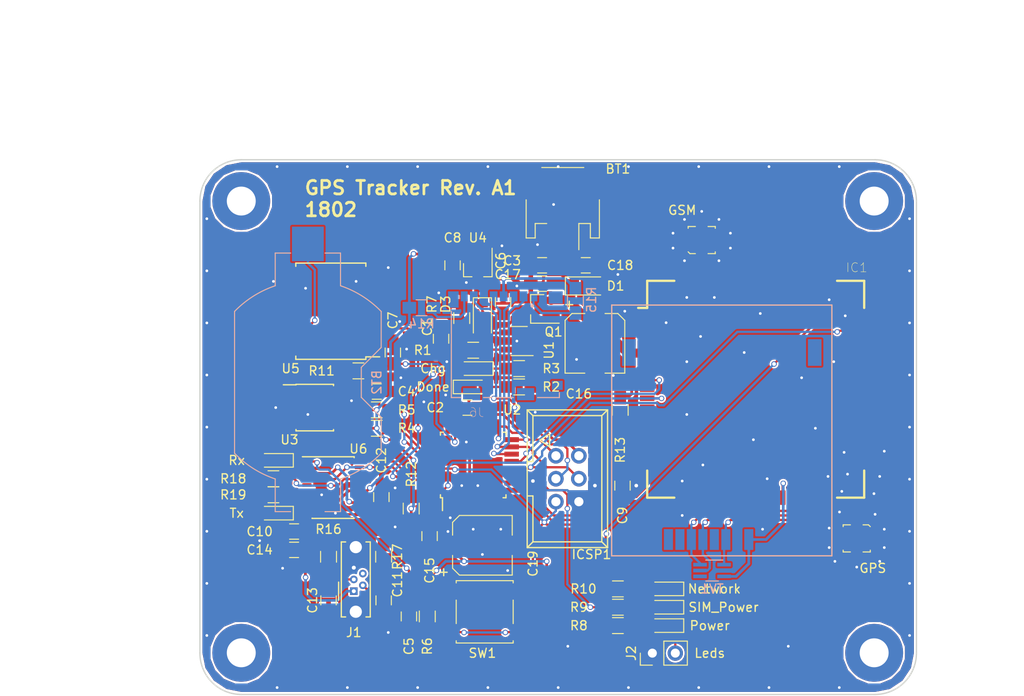
<source format=kicad_pcb>
(kicad_pcb (version 4) (host pcbnew 4.0.7)
  (layers (0 F.Cu signal) (31 B.Cu signal) (34 B.Paste user) (35 F.Paste user) (36 B.SilkS user) (37 F.SilkS user) (38 B.Mask user) (39 F.Mask user) (44 Edge.Cuts user))
  (net 0 "")
  (net 1 +BATT)
  (net 2 GND)
  (net 3 "Net-(BT2-Pad1)")
  (net 4 VBUS)
  (net 5 "Net-(C2-Pad1)")
  (net 6 +3V3)
  (net 7 /ARD_RST)
  (net 8 /DTR)
  (net 9 "Net-(C6-Pad1)")
  (net 10 /RTC_PWR)
  (net 11 "Net-(C9-Pad1)")
  (net 12 "Net-(C11-Pad1)")
  (net 13 "Net-(C13-Pad1)")
  (net 14 +2V8)
  (net 15 /SIM808_P)
  (net 16 "Net-(IC1-Pad9)")
  (net 17 /SIM808_RI)
  (net 18 "Net-(IC1-Pad11)")
  (net 19 "Net-(IC1-Pad12)")
  (net 20 "Net-(IC1-Pad13)")
  (net 21 /ARD_HRX)
  (net 22 /ARD_HTX)
  (net 23 "Net-(IC1-Pad19)")
  (net 24 "Net-(IC1-Pad20)")
  (net 25 "Net-(IC1-Pad21)")
  (net 26 "Net-(IC1-Pad22)")
  (net 27 "Net-(IC1-Pad23)")
  (net 28 "Net-(IC1-Pad24)")
  (net 29 "Net-(IC1-Pad25)")
  (net 30 "Net-(IC1-Pad26)")
  (net 31 "Net-(IC1-Pad27)")
  (net 32 +1V8)
  (net 33 /SIMDATA)
  (net 34 /SIMCLK)
  (net 35 /SIMRST)
  (net 36 "Net-(IC1-Pad33)")
  (net 37 "Net-(IC1-Pad37)")
  (net 38 "Net-(IC1-Pad38)")
  (net 39 "Net-(IC1-Pad39)")
  (net 40 "Net-(IC1-Pad41)")
  (net 41 "Net-(IC1-Pad42)")
  (net 42 "Net-(IC1-Pad43)")
  (net 43 "Net-(IC1-Pad44)")
  (net 44 "Net-(IC1-Pad45)")
  (net 45 "Net-(IC1-Pad46)")
  (net 46 "Net-(IC1-Pad47)")
  (net 47 "Net-(IC1-Pad48)")
  (net 48 /SIM808_S)
  (net 49 /NETWORK_LED)
  (net 50 "Net-(IC1-Pad53)")
  (net 51 "Net-(IC1-Pad55)")
  (net 52 "Net-(IC1-Pad56)")
  (net 53 "Net-(IC1-Pad57)")
  (net 54 "Net-(IC1-Pad58)")
  (net 55 "Net-(IC1-Pad59)")
  (net 56 "Net-(IC1-Pad60)")
  (net 57 "Net-(IC1-Pad61)")
  (net 58 "Net-(IC1-Pad62)")
  (net 59 "Net-(IC1-Pad63)")
  (net 60 /ARD_MISO)
  (net 61 /ARD_SCK)
  (net 62 /ARD_MOSI)
  (net 63 "Net-(J1-Pad4)")
  (net 64 "Net-(J2-Pad2)")
  (net 65 "Net-(J3-Pad6)")
  (net 66 "Net-(J6-Pad8)")
  (net 67 /ARD_IO10)
  (net 68 "Net-(J6-Pad1)")
  (net 69 "Net-(R1-Pad1)")
  (net 70 "Net-(R2-Pad2)")
  (net 71 /SDA)
  (net 72 /SCL)
  (net 73 /WAKE_UP)
  (net 74 "Net-(R16-Pad1)")
  (net 75 "Net-(R17-Pad2)")
  (net 76 "Net-(R18-Pad1)")
  (net 77 "Net-(R19-Pad1)")
  (net 78 "Net-(U2-Pad7)")
  (net 79 "Net-(U2-Pad8)")
  (net 80 "Net-(U2-Pad11)")
  (net 81 "Net-(U2-Pad19)")
  (net 82 "Net-(U2-Pad22)")
  (net 83 "Net-(U2-Pad24)")
  (net 84 "Net-(U2-Pad25)")
  (net 85 "Net-(U2-Pad26)")
  (net 86 /ARD_RX)
  (net 87 /ARD_TX)
  (net 88 "Net-(U3-Pad7)")
  (net 89 "Net-(U5-Pad1)")
  (net 90 "Net-(U5-Pad4)")
  (net 91 "Net-(U6-Pad2)")
  (net 92 +3V3_FDTI)
  (net 93 "Net-(U6-Pad5)")
  (net 94 "Net-(U6-Pad7)")
  (net 95 "Net-(U6-Pad8)")
  (net 96 "Net-(U6-Pad18)")
  (net 97 "Net-(U6-Pad19)")
  (net 98 "Net-(LED1-Pad1)")
  (net 99 "Net-(LED2-Pad2)")
  (net 100 "Net-(LED3-Pad2)")
  (net 101 "Net-(LED4-Pad2)")
  (net 102 "Net-(LED5-Pad2)")
  (net 103 "Net-(LED6-Pad2)")
  (net 104 "Net-(LED7-Pad2)")
  (net 105 "Net-(U2-Pad2)")
  (net 106 "Net-(TV1-Pad4)")
  (net 107 +3.3VP)
  (net 108 /GPS)
  (net 109 /GSM)
  (module custom-conn:Via-0.6mm (layer F.Cu) (at 126.619 91.186)
    (fp_text reference VIA** hide)
    (fp_text value Via-0.6mm hide)
    (pad 1 thru_hole circle (at 0 0) (size 0.6 0.6) (drill 0.3) (layers *.Cu) (net 2 GND))
  )
  (module custom-conn:Via-0.6mm (layer F.Cu) (at 136.398 96.774)
    (fp_text reference VIA** hide)
    (fp_text value Via-0.6mm hide)
    (pad 1 thru_hole circle (at 0 0) (size 0.6 0.6) (drill 0.3) (layers *.Cu) (net 2 GND))
  )
  (module custom-conn:Via-0.6mm (layer F.Cu) (at 128.778 82.423)
    (fp_text reference VIA** hide)
    (fp_text value Via-0.6mm hide)
    (pad 1 thru_hole circle (at 0 0) (size 0.6 0.6) (drill 0.3) (layers *.Cu) (net 2 GND))
  )
  (module 104031-0811:MOLEX_104031-0811 (layer B.Cu) (at 133.096 89.154)
    (fp_text reference J6 (at -3.18735 7.64968) (layer B.SilkS) (effects (font (size 1.0039 1.0039) (thickness 0.05)) (justify mirror)))
    (fp_text value Micro_SD_Card hide)
    (pad 8 smd rect (at -4.545 -5.2) (size 0.75 1.1) (layers B.Cu B.Paste B.Mask) (net 66 "Net-(J6-Pad8)"))
    (pad 7 smd rect (at -3.495 -5.2) (size 0.85 1.1) (layers B.Cu B.Paste B.Mask) (net 60 /ARD_MISO))
    (pad 6 smd rect (at -2.395 -5.2) (size 0.85 1.1) (layers B.Cu B.Paste B.Mask) (net 2 GND))
    (pad 5 smd rect (at -1.295 -5.2) (size 0.85 1.1) (layers B.Cu B.Paste B.Mask) (net 61 /ARD_SCK))
    (pad 4 smd rect (at -0.195 -5.2) (size 0.85 1.1) (layers B.Cu B.Paste B.Mask) (net 6 +3V3))
    (pad 3 smd rect (at 0.905 -5.2) (size 0.85 1.1) (layers B.Cu B.Paste B.Mask) (net 62 /ARD_MOSI))
    (pad 2 smd rect (at 2.005 -5.2) (size 0.875 1.1) (layers B.Cu B.Paste B.Mask) (net 67 /ARD_IO10))
    (pad 1 smd rect (at 3.105 -5.2) (size 0.85 1.1) (layers B.Cu B.Paste B.Mask) (net 68 "Net-(J6-Pad1)"))
    (pad 9 smd rect (at 5.74 0.95) (size 1.2 1) (layers B.Cu B.Paste B.Mask) (net 2 GND))
    (pad 10 smd rect (at 5.74 4.65) (size 1.2 1) (layers B.Cu B.Paste B.Mask))
    (pad G3 smd rect (at -3.73 5.625) (size 1.9 1.35) (layers B.Cu B.Paste B.Mask))
    (pad G4 smd rect (at 2.24 5.625) (size 1.9 1.35) (layers B.Cu B.Paste B.Mask))
    (pad G2 smd rect (at -5.755 -4.85) (size 1.17 1.8) (layers B.Cu B.Paste B.Mask))
    (pad G1 smd rect (at 5.565 -5.075) (size 1.55 1.35) (layers B.Cu B.Paste B.Mask))
  )
  (module custom-conn:Via-0.6mm (layer F.Cu) (at 132.715 78.359)
    (fp_text reference VIA** hide)
    (fp_text value Via-0.6mm hide)
    (pad 1 thru_hole circle (at 0 0) (size 0.6 0.6) (drill 0.3) (layers *.Cu) (net 2 GND))
  )
  (module custom-conn:Via-0.6mm (layer F.Cu) (at 162.052 104.14)
    (fp_text reference VIA** hide)
    (fp_text value Via-0.6mm hide)
    (pad 1 thru_hole circle (at 0 0) (size 0.6 0.6) (drill 0.3) (layers *.Cu) (net 2 GND))
  )
  (module custom-conn:Via-0.6mm (layer F.Cu) (at 161.544 109.728)
    (fp_text reference VIA** hide)
    (fp_text value Via-0.6mm hide)
    (pad 1 thru_hole circle (at 0 0) (size 0.6 0.6) (drill 0.3) (layers *.Cu) (net 2 GND))
  )
  (module acronet:47553-0001 (layer B.Cu) (at 151.13 90.17 90)
    (fp_text reference J3 hide)
    (fp_text value 47553-0001 hide)
    (pad 3 smd rect (at -20.7 3.81 90) (size 2.3 1) (layers B.Cu B.Paste B.Mask) (net 34 /SIMCLK))
    (pad CD1 smd rect (at -20.7 1.27 90) (size 2.3 1) (layers B.Cu B.Paste B.Mask))
    (pad CD2 smd rect (at -20.7 0 90) (size 2.3 1) (layers B.Cu B.Paste B.Mask))
    (pad 2 smd rect (at -20.7 6.35 90) (size 2.3 1) (layers B.Cu B.Paste B.Mask) (net 35 /SIMRST))
    (pad 1 smd rect (at -20.7 8.89 90) (size 2.3 1) (layers B.Cu B.Paste B.Mask) (net 32 +1V8))
    (pad 7 smd rect (at -20.7 2.54 90) (size 2.3 1) (layers B.Cu B.Paste B.Mask) (net 33 /SIMDATA))
    (pad 5 smd rect (at -20.7 7.62 90) (size 2.3 1) (layers B.Cu B.Paste B.Mask) (net 2 GND))
    (pad 6 smd rect (at -20.7 5.08 90) (size 2.3 1) (layers B.Cu B.Paste B.Mask) (net 65 "Net-(J3-Pad6)"))
    (pad GND1 smd rect (at 0 16.18 90) (size 2.95 1.5) (layers B.Cu B.Paste B.Mask))
    (pad GND2 smd rect (at 0 -4.37 90) (size 2.95 1.5) (layers B.Cu B.Paste B.Mask))
  )
  (module custom-conn:Via-0.6mm (layer F.Cu) (at 175.006 101.092)
    (fp_text reference VIA** hide)
    (fp_text value Via-0.6mm hide)
    (pad 1 thru_hole circle (at 0 0) (size 0.6 0.6) (drill 0.3) (layers *.Cu) (net 2 GND))
  )
  (module custom-conn:Via-0.6mm (layer F.Cu) (at 164.3888 122.682)
    (fp_text reference VIA** hide)
    (fp_text value Via-0.6mm hide)
    (pad 1 thru_hole circle (at 0 0) (size 0.6 0.6) (drill 0.3) (layers *.Cu) (net 2 GND))
  )
  (module custom-conn:Via-0.6mm (layer F.Cu) (at 140.0048 122.682)
    (fp_text reference VIA** hide)
    (fp_text value Via-0.6mm hide)
    (pad 1 thru_hole circle (at 0 0) (size 0.6 0.6) (drill 0.3) (layers *.Cu) (net 2 GND))
  )
  (module custom-conn:Via-0.6mm (layer F.Cu) (at 120.142 121.158)
    (fp_text reference VIA** hide)
    (fp_text value Via-0.6mm hide)
    (pad 1 thru_hole circle (at 0 0) (size 0.6 0.6) (drill 0.3) (layers *.Cu) (net 2 GND))
  )
  (module custom-conn:Via-0.6mm (layer F.Cu) (at 114.3 107.95)
    (fp_text reference VIA** hide)
    (fp_text value Via-0.6mm hide)
    (pad 1 thru_hole circle (at 0 0) (size 0.6 0.6) (drill 0.3) (layers *.Cu) (net 2 GND))
  )
  (module Capacitors_SMD:C_0805_HandSoldering (layer F.Cu) (at 120.65 90.17 90)
    (fp_text reference C7 (at 3.556 0 90) (layer F.SilkS))
    (fp_text value 0.1uF hide)
    (pad 1 smd rect (at -1.25 0 90) (size 1.5 1.25) (layers F.Cu F.Paste F.Mask) (net 10 /RTC_PWR))
    (pad 2 smd rect (at 1.25 0 90) (size 1.5 1.25) (layers F.Cu F.Paste F.Mask) (net 2 GND))
  )
  (module custom-conn:Via-0.6mm (layer F.Cu) (at 175.006 111.76)
    (fp_text reference VIA** hide)
    (fp_text value Via-0.6mm hide)
    (pad 1 thru_hole circle (at 0 0) (size 0.6 0.6) (drill 0.3) (layers *.Cu) (net 2 GND))
  )
  (module custom-conn:Via-0.6mm (layer F.Cu) (at 177.8 121.4882)
    (fp_text reference VIA** hide)
    (fp_text value Via-0.6mm hide)
    (pad 1 thru_hole circle (at 0 0) (size 0.6 0.6) (drill 0.3) (layers *.Cu) (net 2 GND))
  )
  (module custom-conn:Via-0.6mm (layer F.Cu) (at 177.8 115.7224)
    (fp_text reference VIA** hide)
    (fp_text value Via-0.6mm hide)
    (pad 1 thru_hole circle (at 0 0) (size 0.6 0.6) (drill 0.3) (layers *.Cu) (net 2 GND))
  )
  (module custom-conn:Via-0.6mm (layer F.Cu) (at 177.8 109.9566)
    (fp_text reference VIA** hide)
    (fp_text value Via-0.6mm hide)
    (pad 1 thru_hole circle (at 0 0) (size 0.6 0.6) (drill 0.3) (layers *.Cu) (net 2 GND))
  )
  (module custom-conn:Via-0.6mm (layer F.Cu) (at 177.8 104.1908)
    (fp_text reference VIA** hide)
    (fp_text value Via-0.6mm hide)
    (pad 1 thru_hole circle (at 0 0) (size 0.6 0.6) (drill 0.3) (layers *.Cu) (net 2 GND))
  )
  (module custom-conn:Via-0.6mm (layer F.Cu) (at 177.8 98.425)
    (fp_text reference VIA** hide)
    (fp_text value Via-0.6mm hide)
    (pad 1 thru_hole circle (at 0 0) (size 0.6 0.6) (drill 0.3) (layers *.Cu) (net 2 GND))
  )
  (module custom-conn:Via-0.6mm (layer F.Cu) (at 177.8 92.6592)
    (fp_text reference VIA** hide)
    (fp_text value Via-0.6mm hide)
    (pad 1 thru_hole circle (at 0 0) (size 0.6 0.6) (drill 0.3) (layers *.Cu) (net 2 GND))
  )
  (module custom-conn:Via-0.6mm (layer F.Cu) (at 177.8 86.8934)
    (fp_text reference VIA** hide)
    (fp_text value Via-0.6mm hide)
    (pad 1 thru_hole circle (at 0 0) (size 0.6 0.6) (drill 0.3) (layers *.Cu) (net 2 GND))
  )
  (module custom-conn:Via-0.6mm (layer F.Cu) (at 177.8 81.1276)
    (fp_text reference VIA** hide)
    (fp_text value Via-0.6mm hide)
    (pad 1 thru_hole circle (at 0 0) (size 0.6 0.6) (drill 0.3) (layers *.Cu) (net 2 GND))
  )
  (module custom-conn:Via-0.6mm (layer F.Cu) (at 177.8 75.3618)
    (fp_text reference VIA** hide)
    (fp_text value Via-0.6mm hide)
    (pad 1 thru_hole circle (at 0 0) (size 0.6 0.6) (drill 0.3) (layers *.Cu) (net 2 GND))
  )
  (module custom-conn:Via-0.6mm (layer F.Cu) (at 170.0276 127.254)
    (fp_text reference VIA** hide)
    (fp_text value Via-0.6mm hide)
    (pad 1 thru_hole circle (at 0 0) (size 0.6 0.6) (drill 0.3) (layers *.Cu) (net 2 GND))
  )
  (module custom-conn:Via-0.6mm (layer F.Cu) (at 162.2552 127.254)
    (fp_text reference VIA** hide)
    (fp_text value Via-0.6mm hide)
    (pad 1 thru_hole circle (at 0 0) (size 0.6 0.6) (drill 0.3) (layers *.Cu) (net 2 GND))
  )
  (module custom-conn:Via-0.6mm (layer F.Cu) (at 154.4828 127.254)
    (fp_text reference VIA** hide)
    (fp_text value Via-0.6mm hide)
    (pad 1 thru_hole circle (at 0 0) (size 0.6 0.6) (drill 0.3) (layers *.Cu) (net 2 GND))
  )
  (module custom-conn:Via-0.6mm (layer F.Cu) (at 146.7104 127.254)
    (fp_text reference VIA** hide)
    (fp_text value Via-0.6mm hide)
    (pad 1 thru_hole circle (at 0 0) (size 0.6 0.6) (drill 0.3) (layers *.Cu) (net 2 GND))
  )
  (module custom-conn:Via-0.6mm (layer F.Cu) (at 138.938 127.254)
    (fp_text reference VIA** hide)
    (fp_text value Via-0.6mm hide)
    (pad 1 thru_hole circle (at 0 0) (size 0.6 0.6) (drill 0.3) (layers *.Cu) (net 2 GND))
  )
  (module custom-conn:Via-0.6mm (layer F.Cu) (at 131.1656 127.254)
    (fp_text reference VIA** hide)
    (fp_text value Via-0.6mm hide)
    (pad 1 thru_hole circle (at 0 0) (size 0.6 0.6) (drill 0.3) (layers *.Cu) (net 2 GND))
  )
  (module custom-conn:Via-0.6mm (layer F.Cu) (at 123.3932 127.254)
    (fp_text reference VIA** hide)
    (fp_text value Via-0.6mm hide)
    (pad 1 thru_hole circle (at 0 0) (size 0.6 0.6) (drill 0.3) (layers *.Cu) (net 2 GND))
  )
  (module custom-conn:Via-0.6mm (layer F.Cu) (at 115.6208 127.254)
    (fp_text reference VIA** hide)
    (fp_text value Via-0.6mm hide)
    (pad 1 thru_hole circle (at 0 0) (size 0.6 0.6) (drill 0.3) (layers *.Cu) (net 2 GND))
  )
  (module custom-conn:Via-0.6mm (layer F.Cu) (at 107.8484 127.254)
    (fp_text reference VIA** hide)
    (fp_text value Via-0.6mm hide)
    (pad 1 thru_hole circle (at 0 0) (size 0.6 0.6) (drill 0.3) (layers *.Cu) (net 2 GND))
  )
  (module custom-conn:Via-0.6mm (layer F.Cu) (at 100.076 121.4882)
    (fp_text reference VIA** hide)
    (fp_text value Via-0.6mm hide)
    (pad 1 thru_hole circle (at 0 0) (size 0.6 0.6) (drill 0.3) (layers *.Cu) (net 2 GND))
  )
  (module custom-conn:Via-0.6mm (layer F.Cu) (at 100.076 115.7224)
    (fp_text reference VIA** hide)
    (fp_text value Via-0.6mm hide)
    (pad 1 thru_hole circle (at 0 0) (size 0.6 0.6) (drill 0.3) (layers *.Cu) (net 2 GND))
  )
  (module custom-conn:Via-0.6mm (layer F.Cu) (at 100.076 109.9566)
    (fp_text reference VIA** hide)
    (fp_text value Via-0.6mm hide)
    (pad 1 thru_hole circle (at 0 0) (size 0.6 0.6) (drill 0.3) (layers *.Cu) (net 2 GND))
  )
  (module custom-conn:Via-0.6mm (layer F.Cu) (at 100.076 104.1908)
    (fp_text reference VIA** hide)
    (fp_text value Via-0.6mm hide)
    (pad 1 thru_hole circle (at 0 0) (size 0.6 0.6) (drill 0.3) (layers *.Cu) (net 2 GND))
  )
  (module custom-conn:Via-0.6mm (layer F.Cu) (at 100.076 98.425)
    (fp_text reference VIA** hide)
    (fp_text value Via-0.6mm hide)
    (pad 1 thru_hole circle (at 0 0) (size 0.6 0.6) (drill 0.3) (layers *.Cu) (net 2 GND))
  )
  (module custom-conn:Via-0.6mm (layer F.Cu) (at 100.076 92.6592)
    (fp_text reference VIA** hide)
    (fp_text value Via-0.6mm hide)
    (pad 1 thru_hole circle (at 0 0) (size 0.6 0.6) (drill 0.3) (layers *.Cu) (net 2 GND))
  )
  (module custom-conn:Via-0.6mm (layer F.Cu) (at 100.076 86.8934)
    (fp_text reference VIA** hide)
    (fp_text value Via-0.6mm hide)
    (pad 1 thru_hole circle (at 0 0) (size 0.6 0.6) (drill 0.3) (layers *.Cu) (net 2 GND))
  )
  (module custom-conn:Via-0.6mm (layer F.Cu) (at 100.076 81.1276)
    (fp_text reference VIA** hide)
    (fp_text value Via-0.6mm hide)
    (pad 1 thru_hole circle (at 0 0) (size 0.6 0.6) (drill 0.3) (layers *.Cu) (net 2 GND))
  )
  (module custom-conn:Via-0.6mm (layer F.Cu) (at 100.076 75.3618)
    (fp_text reference VIA** hide)
    (fp_text value Via-0.6mm hide)
    (pad 1 thru_hole circle (at 0 0) (size 0.6 0.6) (drill 0.3) (layers *.Cu) (net 2 GND))
  )
  (module custom-conn:Via-0.6mm (layer F.Cu) (at 170.0276 69.596)
    (fp_text reference VIA** hide)
    (fp_text value Via-0.6mm hide)
    (pad 1 thru_hole circle (at 0 0) (size 0.6 0.6) (drill 0.3) (layers *.Cu) (net 2 GND))
  )
  (module custom-conn:Via-0.6mm (layer F.Cu) (at 162.2552 69.596)
    (fp_text reference VIA** hide)
    (fp_text value Via-0.6mm hide)
    (pad 1 thru_hole circle (at 0 0) (size 0.6 0.6) (drill 0.3) (layers *.Cu) (net 2 GND))
  )
  (module custom-conn:Via-0.6mm (layer F.Cu) (at 154.4828 69.596)
    (fp_text reference VIA** hide)
    (fp_text value Via-0.6mm hide)
    (pad 1 thru_hole circle (at 0 0) (size 0.6 0.6) (drill 0.3) (layers *.Cu) (net 2 GND))
  )
  (module custom-conn:Via-0.6mm (layer F.Cu) (at 146.7104 69.596)
    (fp_text reference VIA** hide)
    (fp_text value Via-0.6mm hide)
    (pad 1 thru_hole circle (at 0 0) (size 0.6 0.6) (drill 0.3) (layers *.Cu) (net 2 GND))
  )
  (module custom-conn:Via-0.6mm (layer F.Cu) (at 138.938 69.596)
    (fp_text reference VIA** hide)
    (fp_text value Via-0.6mm hide)
    (pad 1 thru_hole circle (at 0 0) (size 0.6 0.6) (drill 0.3) (layers *.Cu) (net 2 GND))
  )
  (module custom-conn:Via-0.6mm (layer F.Cu) (at 131.1656 69.596)
    (fp_text reference VIA** hide)
    (fp_text value Via-0.6mm hide)
    (pad 1 thru_hole circle (at 0 0) (size 0.6 0.6) (drill 0.3) (layers *.Cu) (net 2 GND))
  )
  (module custom-conn:Via-0.6mm (layer F.Cu) (at 123.3932 69.596)
    (fp_text reference VIA** hide)
    (fp_text value Via-0.6mm hide)
    (pad 1 thru_hole circle (at 0 0) (size 0.6 0.6) (drill 0.3) (layers *.Cu) (net 2 GND))
  )
  (module custom-conn:Via-0.6mm (layer F.Cu) (at 115.6208 69.596)
    (fp_text reference VIA** hide)
    (fp_text value Via-0.6mm hide)
    (pad 1 thru_hole circle (at 0 0) (size 0.6 0.6) (drill 0.3) (layers *.Cu) (net 2 GND))
  )
  (module custom-conn:Via-0.6mm (layer F.Cu) (at 107.8484 69.596)
    (fp_text reference VIA** hide)
    (fp_text value Via-0.6mm hide)
    (pad 1 thru_hole circle (at 0 0) (size 0.6 0.6) (drill 0.3) (layers *.Cu) (net 2 GND))
  )
  (module Mounting_Holes:MountingHole_3.2mm_M3_Pad (layer F.Cu) (at 173.886 123.406)
    (fp_text reference REF** hide)
    (fp_text value MountingHole_3.2mm_M3_Pad hide)
    (pad 1 thru_hole circle (at 0 0) (size 6.4 6.4) (drill 3.2) (layers *.Cu *.Mask))
  )
  (module Mounting_Holes:MountingHole_3.2mm_M3_Pad (layer F.Cu) (at 103.886 123.406)
    (fp_text reference REF** hide)
    (fp_text value MountingHole_3.2mm_M3_Pad hide)
    (pad 1 thru_hole circle (at 0 0) (size 6.4 6.4) (drill 3.2) (layers *.Cu *.Mask))
  )
  (module Mounting_Holes:MountingHole_3.2mm_M3_Pad (layer F.Cu) (at 173.886 73.406)
    (fp_text reference REF** hide)
    (fp_text value MountingHole_3.2mm_M3_Pad hide)
    (pad 1 thru_hole circle (at 0 0) (size 6.4 6.4) (drill 3.2) (layers *.Cu *.Mask))
  )
  (module Mounting_Holes:MountingHole_3.2mm_M3_Pad (layer F.Cu) (at 103.886 73.406)
    (fp_text reference REF** hide)
    (fp_text value MountingHole_3.2mm_M3_Pad hide)
    (pad 1 thru_hole circle (at 0 0) (size 6.4 6.4) (drill 3.2) (layers *.Cu *.Mask))
  )
  (module custom-conn:Via-0.6mm (layer F.Cu) (at 134.366 88.9)
    (fp_text reference VIA** hide)
    (fp_text value Via-0.6mm hide)
    (pad 1 thru_hole circle (at 0 0) (size 0.6 0.6) (drill 0.3) (layers *.Cu) (net 2 GND))
  )
  (module custom-conn:Via-0.6mm (layer F.Cu) (at 121.539 92.964)
    (fp_text reference VIA** hide)
    (fp_text value Via-0.6mm hide)
    (pad 1 thru_hole circle (at 0 0) (size 0.6 0.6) (drill 0.3) (layers *.Cu) (net 2 GND))
  )
  (module custom-conn:Via-0.6mm (layer F.Cu) (at 124.079 95.631)
    (fp_text reference VIA** hide)
    (fp_text value Via-0.6mm hide)
    (pad 1 thru_hole circle (at 0 0) (size 0.6 0.6) (drill 0.3) (layers *.Cu) (net 2 GND))
  )
  (module custom-conn:Via-0.6mm (layer F.Cu) (at 121.412 86.741)
    (fp_text reference VIA** hide)
    (fp_text value Via-0.6mm hide)
    (pad 1 thru_hole circle (at 0 0) (size 0.6 0.6) (drill 0.3) (layers *.Cu) (net 2 GND))
  )
  (module custom-conn:Via-0.6mm (layer F.Cu) (at 122.174 89.789)
    (fp_text reference VIA** hide)
    (fp_text value Via-0.6mm hide)
    (pad 1 thru_hole circle (at 0 0) (size 0.6 0.6) (drill 0.3) (layers *.Cu) (net 2 GND))
  )
  (module custom-conn:Via-0.6mm (layer F.Cu) (at 126.492 94.869)
    (fp_text reference VIA** hide)
    (fp_text value Via-0.6mm hide)
    (pad 1 thru_hole circle (at 0 0) (size 0.6 0.6) (drill 0.3) (layers *.Cu) (net 2 GND))
  )
  (module custom-conn:Via-0.6mm (layer F.Cu) (at 116.078 95.504)
    (fp_text reference VIA** hide)
    (fp_text value Via-0.6mm hide)
    (pad 1 thru_hole circle (at 0 0) (size 0.6 0.6) (drill 0.3) (layers *.Cu) (net 2 GND))
  )
  (module custom-conn:Via-0.6mm (layer F.Cu) (at 126.746 109.982)
    (fp_text reference VIA** hide)
    (fp_text value Via-0.6mm hide)
    (pad 1 thru_hole circle (at 0 0) (size 0.6 0.6) (drill 0.3) (layers *.Cu) (net 2 GND))
  )
  (module custom-conn:Via-0.6mm (layer F.Cu) (at 154.94 102.616)
    (fp_text reference VIA** hide)
    (fp_text value Via-0.6mm hide)
    (pad 1 thru_hole circle (at 0 0) (size 0.6 0.6) (drill 0.3) (layers *.Cu) (net 2 GND))
  )
  (module custom-conn:Via-0.6mm (layer F.Cu) (at 169.418 91.186)
    (fp_text reference VIA** hide)
    (fp_text value Via-0.6mm hide)
    (pad 1 thru_hole circle (at 0 0) (size 0.6 0.6) (drill 0.3) (layers *.Cu) (net 2 GND))
  )
  (module custom-conn:Via-0.6mm (layer F.Cu) (at 153.162 91.186)
    (fp_text reference VIA** hide)
    (fp_text value Via-0.6mm hide)
    (pad 1 thru_hole circle (at 0 0) (size 0.6 0.6) (drill 0.3) (layers *.Cu) (net 2 GND))
  )
  (module custom-conn:Via-0.6mm (layer F.Cu) (at 154.686 88.392)
    (fp_text reference VIA** hide)
    (fp_text value Via-0.6mm hide)
    (pad 1 thru_hole circle (at 0 0) (size 0.6 0.6) (drill 0.3) (layers *.Cu) (net 2 GND))
  )
  (module custom-conn:Via-0.6mm (layer F.Cu) (at 161.29 85.852)
    (fp_text reference VIA** hide)
    (fp_text value Via-0.6mm hide)
    (pad 1 thru_hole circle (at 0 0) (size 0.6 0.6) (drill 0.3) (layers *.Cu) (net 2 GND))
  )
  (module custom-conn:Via-0.6mm (layer F.Cu) (at 167.386 98.552)
    (fp_text reference VIA** hide)
    (fp_text value Via-0.6mm hide)
    (pad 1 thru_hole circle (at 0 0) (size 0.6 0.6) (drill 0.3) (layers *.Cu) (net 2 GND))
  )
  (module custom-conn:Via-0.6mm (layer F.Cu) (at 159.512 90.17)
    (fp_text reference VIA** hide)
    (fp_text value Via-0.6mm hide)
    (pad 1 thru_hole circle (at 0 0) (size 0.6 0.6) (drill 0.3) (layers *.Cu) (net 2 GND))
  )
  (module custom-conn:Via-0.6mm (layer F.Cu) (at 153.162 97.028)
    (fp_text reference VIA** hide)
    (fp_text value Via-0.6mm hide)
    (pad 1 thru_hole circle (at 0 0) (size 0.6 0.6) (drill 0.3) (layers *.Cu) (net 2 GND))
  )
  (module custom-conn:Via-0.6mm (layer F.Cu) (at 165.862 92.964)
    (fp_text reference VIA** hide)
    (fp_text value Via-0.6mm hide)
    (pad 1 thru_hole circle (at 0 0) (size 0.6 0.6) (drill 0.3) (layers *.Cu) (net 2 GND))
  )
  (module custom-conn:Via-0.6mm (layer F.Cu) (at 160.528 99.822)
    (fp_text reference VIA** hide)
    (fp_text value Via-0.6mm hide)
    (pad 1 thru_hole circle (at 0 0) (size 0.6 0.6) (drill 0.3) (layers *.Cu) (net 2 GND))
  )
  (module custom-conn:Via-0.6mm (layer F.Cu) (at 157.988 78.613)
    (fp_text reference VIA** hide)
    (fp_text value Via-0.6mm hide)
    (pad 1 thru_hole circle (at 0 0) (size 0.6 0.6) (drill 0.3) (layers *.Cu) (net 2 GND))
  )
  (module custom-conn:Via-0.6mm (layer F.Cu) (at 151.638 78.613)
    (fp_text reference VIA** hide)
    (fp_text value Via-0.6mm hide)
    (pad 1 thru_hole circle (at 0 0) (size 0.6 0.6) (drill 0.3) (layers *.Cu) (net 2 GND))
  )
  (module Connectors_Molex:Molex_Microcoaxial_RF (layer F.Cu) (at 171.958 110.744 180)
    (fp_text reference J4 hide)
    (fp_text value CONN_COAXIAL hide)
    (pad 2 smd rect (at -1.475 0 180) (size 1.05 2.2) (layers F.Cu F.Paste F.Mask) (net 2 GND))
    (pad 2 smd rect (at 1.475 0 180) (size 1.05 2.2) (layers F.Cu F.Paste F.Mask) (net 2 GND))
    (pad 2 smd rect (at 0 -1.5 180) (size 1 1) (layers F.Cu F.Paste F.Mask) (net 2 GND))
    (pad 1 smd rect (at 0 1.5 180) (size 1 1) (layers F.Cu F.Paste F.Mask) (net 108 /GPS))
  )
  (module custom-conn:Via-0.6mm (layer F.Cu) (at 175.006 109.728)
    (fp_text reference VIA** hide)
    (fp_text value Via-0.6mm hide)
    (pad 1 thru_hole circle (at 0 0) (size 0.6 0.6) (drill 0.3) (layers *.Cu) (net 2 GND))
  )
  (module custom-conn:Via-0.6mm (layer F.Cu) (at 173.863 105.791)
    (fp_text reference VIA** hide)
    (fp_text value Via-0.6mm hide)
    (pad 1 thru_hole circle (at 0 0) (size 0.6 0.6) (drill 0.3) (layers *.Cu) (net 2 GND))
  )
  (module custom-conn:Via-0.6mm (layer F.Cu) (at 170.307 105.537)
    (fp_text reference VIA** hide)
    (fp_text value Via-0.6mm hide)
    (pad 1 thru_hole circle (at 0 0) (size 0.6 0.6) (drill 0.3) (layers *.Cu) (net 2 GND))
  )
  (module custom-conn:Via-0.6mm (layer F.Cu) (at 168.91 109.601)
    (fp_text reference VIA** hide)
    (fp_text value Via-0.6mm hide)
    (pad 1 thru_hole circle (at 0 0) (size 0.6 0.6) (drill 0.3) (layers *.Cu) (net 2 GND))
  )
  (module custom-conn:Via-0.6mm (layer F.Cu) (at 170.942 103.632)
    (fp_text reference VIA** hide)
    (fp_text value Via-0.6mm hide)
    (pad 1 thru_hole circle (at 0 0) (size 0.6 0.6) (drill 0.3) (layers *.Cu) (net 2 GND))
  )
  (module custom-conn:Via-0.6mm (layer F.Cu) (at 174.498 103.886)
    (fp_text reference VIA** hide)
    (fp_text value Via-0.6mm hide)
    (pad 1 thru_hole circle (at 0 0) (size 0.6 0.6) (drill 0.3) (layers *.Cu) (net 2 GND))
  )
  (module custom-conn:Via-0.6mm (layer F.Cu) (at 173.99 108.077)
    (fp_text reference VIA** hide)
    (fp_text value Via-0.6mm hide)
    (pad 1 thru_hole circle (at 0 0) (size 0.6 0.6) (drill 0.3) (layers *.Cu) (net 2 GND))
  )
  (module custom-conn:Via-0.6mm (layer F.Cu) (at 174.498 113.284)
    (fp_text reference VIA** hide)
    (fp_text value Via-0.6mm hide)
    (pad 1 thru_hole circle (at 0 0) (size 0.6 0.6) (drill 0.3) (layers *.Cu) (net 2 GND))
  )
  (module custom-conn:Via-0.6mm (layer F.Cu) (at 169.545 113.284)
    (fp_text reference VIA** hide)
    (fp_text value Via-0.6mm hide)
    (pad 1 thru_hole circle (at 0 0) (size 0.6 0.6) (drill 0.3) (layers *.Cu) (net 2 GND))
  )
  (module custom-conn:Via-0.6mm (layer F.Cu) (at 168.783 103.886)
    (fp_text reference VIA** hide)
    (fp_text value Via-0.6mm hide)
    (pad 1 thru_hole circle (at 0 0) (size 0.6 0.6) (drill 0.3) (layers *.Cu) (net 2 GND))
  )
  (module custom-conn:Via-0.6mm (layer F.Cu) (at 154.813 74.549)
    (fp_text reference VIA** hide)
    (fp_text value Via-0.6mm hide)
    (pad 1 thru_hole circle (at 0 0) (size 0.6 0.6) (drill 0.3) (layers *.Cu) (net 2 GND))
  )
  (module custom-conn:Via-0.6mm (layer F.Cu) (at 152.908 75.438)
    (fp_text reference VIA** hide)
    (fp_text value Via-0.6mm hide)
    (pad 1 thru_hole circle (at 0 0) (size 0.6 0.6) (drill 0.3) (layers *.Cu) (net 2 GND))
  )
  (module SIM808:QFN100P2400X2400X260-68N (layer F.Cu) (at 160.782 94.234)
    (fp_text reference IC1 (at 11.176 -13.462) (layer F.SilkS) (effects (font (size 1.00176 1.00176) (thickness 0.05))))
    (fp_text value SIM808 hide)
    (pad 1 smd rect (at -12 -8) (size 1.6 0.6) (layers F.Cu F.Paste F.Mask) (net 2 GND))
    (pad 2 smd rect (at -12 -7) (size 1.6 0.6) (layers F.Cu F.Paste F.Mask) (net 2 GND))
    (pad 3 smd rect (at -12 -6) (size 1.6 0.6) (layers F.Cu F.Paste F.Mask) (net 2 GND))
    (pad 4 smd rect (at -12 -5) (size 1.6 0.6) (layers F.Cu F.Paste F.Mask) (net 1 +BATT))
    (pad 5 smd rect (at -12 -4) (size 1.6 0.6) (layers F.Cu F.Paste F.Mask) (net 1 +BATT))
    (pad 6 smd rect (at -12 -3) (size 1.6 0.6) (layers F.Cu F.Paste F.Mask) (net 1 +BATT))
    (pad 7 smd rect (at -12 -2) (size 1.6 0.6) (layers F.Cu F.Paste F.Mask) (net 14 +2V8))
    (pad 8 smd rect (at -12 -1) (size 1.6 0.6) (layers F.Cu F.Paste F.Mask) (net 15 /SIM808_P))
    (pad 9 smd rect (at -12 0) (size 1.6 0.6) (layers F.Cu F.Paste F.Mask) (net 16 "Net-(IC1-Pad9)"))
    (pad 10 smd rect (at -12 1) (size 1.6 0.6) (layers F.Cu F.Paste F.Mask) (net 17 /SIM808_RI))
    (pad 11 smd rect (at -12 2) (size 1.6 0.6) (layers F.Cu F.Paste F.Mask) (net 18 "Net-(IC1-Pad11)"))
    (pad 12 smd rect (at -12 3) (size 1.6 0.6) (layers F.Cu F.Paste F.Mask) (net 19 "Net-(IC1-Pad12)"))
    (pad 13 smd rect (at -12 4) (size 1.6 0.6) (layers F.Cu F.Paste F.Mask) (net 20 "Net-(IC1-Pad13)"))
    (pad 14 smd rect (at -12 5) (size 1.6 0.6) (layers F.Cu F.Paste F.Mask) (net 21 /ARD_HRX))
    (pad 15 smd rect (at -12 6) (size 1.6 0.6) (layers F.Cu F.Paste F.Mask) (net 22 /ARD_HTX))
    (pad 16 smd rect (at -12 7) (size 1.6 0.6) (layers F.Cu F.Paste F.Mask) (net 7 /ARD_RST))
    (pad 17 smd rect (at -12 8) (size 1.6 0.6) (layers F.Cu F.Paste F.Mask) (net 11 "Net-(C9-Pad1)"))
    (pad 18 smd rect (at -8 12 90) (size 1.6 0.6) (layers F.Cu F.Paste F.Mask) (net 2 GND))
    (pad 19 smd rect (at -7 12 90) (size 1.6 0.6) (layers F.Cu F.Paste F.Mask) (net 23 "Net-(IC1-Pad19)"))
    (pad 20 smd rect (at -6 12 90) (size 1.6 0.6) (layers F.Cu F.Paste F.Mask) (net 24 "Net-(IC1-Pad20)"))
    (pad 21 smd rect (at -5 12 90) (size 1.6 0.6) (layers F.Cu F.Paste F.Mask) (net 25 "Net-(IC1-Pad21)"))
    (pad 22 smd rect (at -4 12 90) (size 1.6 0.6) (layers F.Cu F.Paste F.Mask) (net 26 "Net-(IC1-Pad22)"))
    (pad 23 smd rect (at -3 12 90) (size 1.6 0.6) (layers F.Cu F.Paste F.Mask) (net 27 "Net-(IC1-Pad23)"))
    (pad 24 smd rect (at -2 12 90) (size 1.6 0.6) (layers F.Cu F.Paste F.Mask) (net 28 "Net-(IC1-Pad24)"))
    (pad 25 smd rect (at -1 12 90) (size 1.6 0.6) (layers F.Cu F.Paste F.Mask) (net 29 "Net-(IC1-Pad25)"))
    (pad 26 smd rect (at 0 12 90) (size 1.6 0.6) (layers F.Cu F.Paste F.Mask) (net 30 "Net-(IC1-Pad26)"))
    (pad 27 smd rect (at 1 12 90) (size 1.6 0.6) (layers F.Cu F.Paste F.Mask) (net 31 "Net-(IC1-Pad27)"))
    (pad 28 smd rect (at 2 12 90) (size 1.6 0.6) (layers F.Cu F.Paste F.Mask) (net 2 GND))
    (pad 29 smd rect (at 3 12 90) (size 1.6 0.6) (layers F.Cu F.Paste F.Mask) (net 32 +1V8))
    (pad 30 smd rect (at 4 12 90) (size 1.6 0.6) (layers F.Cu F.Paste F.Mask) (net 33 /SIMDATA))
    (pad 31 smd rect (at 5 12 90) (size 1.6 0.6) (layers F.Cu F.Paste F.Mask) (net 34 /SIMCLK))
    (pad 32 smd rect (at 6 12 90) (size 1.6 0.6) (layers F.Cu F.Paste F.Mask) (net 35 /SIMRST))
    (pad 33 smd rect (at 7 12 90) (size 1.6 0.6) (layers F.Cu F.Paste F.Mask) (net 36 "Net-(IC1-Pad33)"))
    (pad 34 smd rect (at 8 12 90) (size 1.6 0.6) (layers F.Cu F.Paste F.Mask) (net 2 GND))
    (pad 35 smd rect (at 12 8 180) (size 1.6 0.6) (layers F.Cu F.Paste F.Mask) (net 108 /GPS))
    (pad 36 smd rect (at 12 7 180) (size 1.6 0.6) (layers F.Cu F.Paste F.Mask) (net 2 GND))
    (pad 37 smd rect (at 12 6 180) (size 1.6 0.6) (layers F.Cu F.Paste F.Mask) (net 37 "Net-(IC1-Pad37)"))
    (pad 38 smd rect (at 12 5 180) (size 1.6 0.6) (layers F.Cu F.Paste F.Mask) (net 38 "Net-(IC1-Pad38)"))
    (pad 39 smd rect (at 12 4 180) (size 1.6 0.6) (layers F.Cu F.Paste F.Mask) (net 39 "Net-(IC1-Pad39)"))
    (pad 40 smd rect (at 12 3 180) (size 1.6 0.6) (layers F.Cu F.Paste F.Mask) (net 2 GND))
    (pad 41 smd rect (at 12 2 180) (size 1.6 0.6) (layers F.Cu F.Paste F.Mask) (net 40 "Net-(IC1-Pad41)"))
    (pad 42 smd rect (at 12 1 180) (size 1.6 0.6) (layers F.Cu F.Paste F.Mask) (net 41 "Net-(IC1-Pad42)"))
    (pad 43 smd rect (at 12 0 180) (size 1.6 0.6) (layers F.Cu F.Paste F.Mask) (net 42 "Net-(IC1-Pad43)"))
    (pad 44 smd rect (at 12 -1 180) (size 1.6 0.6) (layers F.Cu F.Paste F.Mask) (net 43 "Net-(IC1-Pad44)"))
    (pad 45 smd rect (at 12 -2 180) (size 1.6 0.6) (layers F.Cu F.Paste F.Mask) (net 44 "Net-(IC1-Pad45)"))
    (pad 46 smd rect (at 12 -3 180) (size 1.6 0.6) (layers F.Cu F.Paste F.Mask) (net 45 "Net-(IC1-Pad46)"))
    (pad 47 smd rect (at 12 -4 180) (size 1.6 0.6) (layers F.Cu F.Paste F.Mask) (net 46 "Net-(IC1-Pad47)"))
    (pad 48 smd rect (at 12 -5 180) (size 1.6 0.6) (layers F.Cu F.Paste F.Mask) (net 47 "Net-(IC1-Pad48)"))
    (pad 49 smd rect (at 12 -6 180) (size 1.6 0.6) (layers F.Cu F.Paste F.Mask) (net 48 /SIM808_S))
    (pad 50 smd rect (at 12 -7 180) (size 1.6 0.6) (layers F.Cu F.Paste F.Mask) (net 49 /NETWORK_LED))
    (pad 51 smd rect (at 12 -8 180) (size 1.6 0.6) (layers F.Cu F.Paste F.Mask) (net 2 GND))
    (pad 52 smd rect (at 8 -12 270) (size 1.6 0.6) (layers F.Cu F.Paste F.Mask) (net 2 GND))
    (pad 53 smd rect (at 7 -12 270) (size 1.6 0.6) (layers F.Cu F.Paste F.Mask) (net 50 "Net-(IC1-Pad53)"))
    (pad 54 smd rect (at 6 -12 270) (size 1.6 0.6) (layers F.Cu F.Paste F.Mask) (net 2 GND))
    (pad 55 smd rect (at 5 -12 270) (size 1.6 0.6) (layers F.Cu F.Paste F.Mask) (net 51 "Net-(IC1-Pad55)"))
    (pad 56 smd rect (at 4 -12 270) (size 1.6 0.6) (layers F.Cu F.Paste F.Mask) (net 52 "Net-(IC1-Pad56)"))
    (pad 57 smd rect (at 3 -12 270) (size 1.6 0.6) (layers F.Cu F.Paste F.Mask) (net 53 "Net-(IC1-Pad57)"))
    (pad 58 smd rect (at 2 -12 270) (size 1.6 0.6) (layers F.Cu F.Paste F.Mask) (net 54 "Net-(IC1-Pad58)"))
    (pad 59 smd rect (at 1 -12 270) (size 1.6 0.6) (layers F.Cu F.Paste F.Mask) (net 55 "Net-(IC1-Pad59)"))
    (pad 60 smd rect (at 0 -12 270) (size 1.6 0.6) (layers F.Cu F.Paste F.Mask) (net 56 "Net-(IC1-Pad60)"))
    (pad 61 smd rect (at -1 -12 270) (size 1.6 0.6) (layers F.Cu F.Paste F.Mask) (net 57 "Net-(IC1-Pad61)"))
    (pad 62 smd rect (at -2 -12 270) (size 1.6 0.6) (layers F.Cu F.Paste F.Mask) (net 58 "Net-(IC1-Pad62)"))
    (pad 63 smd rect (at -3 -12 270) (size 1.6 0.6) (layers F.Cu F.Paste F.Mask) (net 59 "Net-(IC1-Pad63)"))
    (pad 64 smd rect (at -4 -12 270) (size 1.6 0.6) (layers F.Cu F.Paste F.Mask) (net 2 GND))
    (pad 65 smd rect (at -5 -12 270) (size 1.6 0.6) (layers F.Cu F.Paste F.Mask) (net 2 GND))
    (pad 66 smd rect (at -6 -12 270) (size 1.6 0.6) (layers F.Cu F.Paste F.Mask) (net 109 /GSM))
    (pad 67 smd rect (at -7 -12 270) (size 1.6 0.6) (layers F.Cu F.Paste F.Mask) (net 2 GND))
    (pad 68 smd rect (at -8 -12 270) (size 1.6 0.6) (layers F.Cu F.Paste F.Mask) (net 2 GND))
  )
  (module custom-conn:Via-0.6mm (layer F.Cu) (at 133.35 114.3)
    (fp_text reference VIA** hide)
    (fp_text value Via-0.6mm hide)
    (pad 1 thru_hole circle (at 0 0) (size 0.6 0.6) (drill 0.3) (layers *.Cu) (net 2 GND))
  )
  (module custom-conn:Via-0.6mm (layer F.Cu) (at 138.43 73.787)
    (fp_text reference VIA** hide)
    (fp_text value Via-0.6mm hide)
    (pad 1 thru_hole circle (at 0 0) (size 0.6 0.6) (drill 0.3) (layers *.Cu) (net 2 GND))
  )
  (module custom-conn:Via-0.6mm (layer F.Cu) (at 136.652 78.232)
    (fp_text reference VIA** hide)
    (fp_text value Via-0.6mm hide)
    (pad 1 thru_hole circle (at 0 0) (size 0.6 0.6) (drill 0.3) (layers *.Cu) (net 2 GND))
  )
  (module custom-conn:Via-0.6mm (layer F.Cu) (at 130.048 104.902)
    (fp_text reference VIA** hide)
    (fp_text value Via-0.6mm hide)
    (pad 1 thru_hole circle (at 0 0) (size 0.6 0.6) (drill 0.3) (layers *.Cu) (net 2 GND))
  )
  (module custom-conn:Via-0.6mm (layer F.Cu) (at 128.27 104.902)
    (fp_text reference VIA** hide)
    (fp_text value Via-0.6mm hide)
    (pad 1 thru_hole circle (at 0 0) (size 0.6 0.6) (drill 0.3) (layers *.Cu) (net 2 GND))
  )
  (module custom-conn:Via-0.6mm (layer F.Cu) (at 107.442 82.296)
    (fp_text reference VIA** hide)
    (fp_text value Via-0.6mm hide)
    (pad 1 thru_hole circle (at 0 0) (size 0.6 0.6) (drill 0.3) (layers *.Cu) (net 2 GND))
  )
  (module custom-conn:Via-0.6mm (layer F.Cu) (at 120.142 80.772)
    (fp_text reference VIA** hide)
    (fp_text value Via-0.6mm hide)
    (pad 1 thru_hole circle (at 0 0) (size 0.6 0.6) (drill 0.3) (layers *.Cu) (net 2 GND))
  )
  (module custom-conn:Via-0.6mm (layer F.Cu) (at 111.252 97.028)
    (fp_text reference VIA** hide)
    (fp_text value Via-0.6mm hide)
    (pad 1 thru_hole circle (at 0 0) (size 0.6 0.6) (drill 0.3) (layers *.Cu) (net 2 GND))
  )
  (module custom-conn:Via-0.6mm (layer F.Cu) (at 128.778 100.076)
    (fp_text reference VIA** hide)
    (fp_text value Via-0.6mm hide)
    (pad 1 thru_hole circle (at 0 0) (size 0.6 0.6) (drill 0.3) (layers *.Cu) (net 2 GND))
  )
  (module custom-conn:Via-0.6mm (layer F.Cu) (at 127 108.458)
    (fp_text reference VIA** hide)
    (fp_text value Via-0.6mm hide)
    (pad 1 thru_hole circle (at 0 0) (size 0.6 0.6) (drill 0.3) (layers *.Cu) (net 2 GND))
  )
  (module custom-conn:Via-0.6mm (layer F.Cu) (at 129.54 109.728)
    (fp_text reference VIA** hide)
    (fp_text value Via-0.6mm hide)
    (pad 1 thru_hole circle (at 0 0) (size 0.6 0.6) (drill 0.3) (layers *.Cu) (net 2 GND))
  )
  (module custom-conn:Via-0.6mm (layer F.Cu) (at 125.73 83.566)
    (fp_text reference VIA** hide)
    (fp_text value Via-0.6mm hide)
    (pad 1 thru_hole circle (at 0 0) (size 0.6 0.6) (drill 0.3) (layers *.Cu) (net 2 GND))
  )
  (module custom-conn:Via-0.6mm (layer F.Cu) (at 116.586 82.296)
    (fp_text reference VIA** hide)
    (fp_text value Via-0.6mm hide)
    (pad 1 thru_hole circle (at 0 0) (size 0.6 0.6) (drill 0.3) (layers *.Cu) (net 2 GND))
  )
  (module custom-conn:Via-0.6mm (layer F.Cu) (at 110.998 83.058)
    (fp_text reference VIA** hide)
    (fp_text value Via-0.6mm hide)
    (pad 1 thru_hole circle (at 0 0) (size 0.6 0.6) (drill 0.3) (layers *.Cu) (net 2 GND))
  )
  (module custom-conn:Via-0.6mm (layer F.Cu) (at 107.696 96.266)
    (fp_text reference VIA** hide)
    (fp_text value Via-0.6mm hide)
    (pad 1 thru_hole circle (at 0 0) (size 0.6 0.6) (drill 0.3) (layers *.Cu) (net 2 GND))
  )
  (module custom-conn:Via-0.6mm (layer F.Cu) (at 120.904 105.156)
    (fp_text reference VIA** hide)
    (fp_text value Via-0.6mm hide)
    (pad 1 thru_hole circle (at 0 0) (size 0.6 0.6) (drill 0.3) (layers *.Cu) (net 2 GND))
  )
  (module custom-conn:Via-0.6mm (layer F.Cu) (at 112.776 105.918)
    (fp_text reference VIA** hide)
    (fp_text value Via-0.6mm hide)
    (pad 1 thru_hole circle (at 0 0) (size 0.6 0.6) (drill 0.3) (layers *.Cu) (net 2 GND))
  )
  (module custom-conn:Via-0.6mm (layer F.Cu) (at 150.876 86.868)
    (fp_text reference VIA** hide)
    (fp_text value Via-0.6mm hide)
    (pad 1 thru_hole circle (at 0 0) (size 0.6 0.6) (drill 0.3) (layers *.Cu) (net 2 GND))
  )
  (module custom-conn:Via-0.6mm (layer F.Cu) (at 146.304 85.598)
    (fp_text reference VIA** hide)
    (fp_text value Via-0.6mm hide)
    (pad 1 thru_hole circle (at 0 0) (size 0.6 0.6) (drill 0.3) (layers *.Cu) (net 2 GND))
  )
  (module custom-conn:Via-0.6mm (layer F.Cu) (at 152.654 104.394)
    (fp_text reference VIA** hide)
    (fp_text value Via-0.6mm hide)
    (pad 1 thru_hole circle (at 0 0) (size 0.6 0.6) (drill 0.3) (layers *.Cu) (net 2 GND))
  )
  (module custom-conn:Via-0.6mm (layer F.Cu) (at 152.654 108.204)
    (fp_text reference VIA** hide)
    (fp_text value Via-0.6mm hide)
    (pad 1 thru_hole circle (at 0 0) (size 0.6 0.6) (drill 0.3) (layers *.Cu) (net 2 GND))
  )
  (module custom-conn:Via-0.6mm (layer F.Cu) (at 153.162 84.074)
    (fp_text reference VIA** hide)
    (fp_text value Via-0.6mm hide)
    (pad 1 thru_hole circle (at 0 0) (size 0.6 0.6) (drill 0.3) (layers *.Cu) (net 2 GND))
  )
  (module custom-conn:Via-0.6mm (layer F.Cu) (at 156.21 84.074)
    (fp_text reference VIA** hide)
    (fp_text value Via-0.6mm hide)
    (pad 1 thru_hole circle (at 0 0) (size 0.6 0.6) (drill 0.3) (layers *.Cu) (net 2 GND))
  )
  (module custom-conn:Via-0.6mm (layer F.Cu) (at 168.91 84.328)
    (fp_text reference VIA** hide)
    (fp_text value Via-0.6mm hide)
    (pad 1 thru_hole circle (at 0 0) (size 0.6 0.6) (drill 0.3) (layers *.Cu) (net 2 GND))
  )
  (module custom-conn:Via-0.6mm (layer F.Cu) (at 170.688 86.106)
    (fp_text reference VIA** hide)
    (fp_text value Via-0.6mm hide)
    (pad 1 thru_hole circle (at 0 0) (size 0.6 0.6) (drill 0.3) (layers *.Cu) (net 2 GND))
  )
  (module custom-conn:Via-0.6mm (layer F.Cu) (at 170.561 101.219)
    (fp_text reference VIA** hide)
    (fp_text value Via-0.6mm hide)
    (pad 1 thru_hole circle (at 0 0) (size 0.6 0.6) (drill 0.3) (layers *.Cu) (net 2 GND))
  )
  (module custom-conn:Via-0.6mm (layer F.Cu) (at 170.053 107.823)
    (fp_text reference VIA** hide)
    (fp_text value Via-0.6mm hide)
    (pad 1 thru_hole circle (at 0 0) (size 0.6 0.6) (drill 0.3) (layers *.Cu) (net 2 GND))
  )
  (module custom-conn:Via-0.6mm (layer F.Cu) (at 171.958 113.919)
    (fp_text reference VIA** hide)
    (fp_text value Via-0.6mm hide)
    (pad 1 thru_hole circle (at 0 0) (size 0.6 0.6) (drill 0.3) (layers *.Cu) (net 2 GND))
  )
  (module custom-conn:Via-0.6mm (layer F.Cu) (at 152.908 80.01)
    (fp_text reference VIA** hide)
    (fp_text value Via-0.6mm hide)
    (pad 1 thru_hole circle (at 0 0) (size 0.6 0.6) (drill 0.3) (layers *.Cu) (net 2 GND))
  )
  (module custom-conn:Via-0.6mm (layer F.Cu) (at 156.718 80.01)
    (fp_text reference VIA** hide)
    (fp_text value Via-0.6mm hide)
    (pad 1 thru_hole circle (at 0 0) (size 0.6 0.6) (drill 0.3) (layers *.Cu) (net 2 GND))
  )
  (module custom-conn:Via-0.6mm (layer F.Cu) (at 156.718 75.438)
    (fp_text reference VIA** hide)
    (fp_text value Via-0.6mm hide)
    (pad 1 thru_hole circle (at 0 0) (size 0.6 0.6) (drill 0.3) (layers *.Cu) (net 2 GND))
  )
  (module custom-conn:Via-0.6mm (layer F.Cu) (at 157.988 76.962)
    (fp_text reference VIA** hide)
    (fp_text value Via-0.6mm hide)
    (pad 1 thru_hole circle (at 0 0) (size 0.6 0.6) (drill 0.3) (layers *.Cu) (net 2 GND))
  )
  (module custom-conn:Via-0.6mm (layer F.Cu) (at 151.638 76.962)
    (fp_text reference VIA** hide)
    (fp_text value Via-0.6mm hide)
    (pad 1 thru_hole circle (at 0 0) (size 0.6 0.6) (drill 0.3) (layers *.Cu) (net 2 GND))
  )
  (module custom-conn:Via-0.6mm (layer F.Cu) (at 168.91 111.76)
    (fp_text reference VIA** hide)
    (fp_text value Via-0.6mm hide)
    (pad 1 thru_hole circle (at 0 0) (size 0.6 0.6) (drill 0.3) (layers *.Cu) (net 2 GND))
  )
  (module custom-conn:Via-0.6mm (layer F.Cu) (at 105.918 110.998)
    (fp_text reference VIA** hide)
    (fp_text value Via-0.6mm hide)
    (pad 1 thru_hole circle (at 0 0) (size 0.6 0.6) (drill 0.3) (layers *.Cu) (net 2 GND))
  )
  (module custom-conn:Via-0.6mm (layer F.Cu) (at 108.458 114.046)
    (fp_text reference VIA** hide)
    (fp_text value Via-0.6mm hide)
    (pad 1 thru_hole circle (at 0 0) (size 0.6 0.6) (drill 0.3) (layers *.Cu) (net 2 GND))
  )
  (module custom-conn:Via-0.6mm (layer F.Cu) (at 145.542 81.534)
    (fp_text reference VIA** hide)
    (fp_text value Via-0.6mm hide)
    (pad 1 thru_hole circle (at 0 0) (size 0.6 0.6) (drill 0.3) (layers *.Cu) (net 2 GND))
  )
  (module custom-conn:Via-0.6mm (layer F.Cu) (at 134.366 82.804)
    (fp_text reference VIA** hide)
    (fp_text value Via-0.6mm hide)
    (pad 1 thru_hole circle (at 0 0) (size 0.6 0.6) (drill 0.3) (layers *.Cu) (net 2 GND))
  )
  (module custom-conn:Via-0.6mm (layer F.Cu) (at 120.904 109.474)
    (fp_text reference VIA** hide)
    (fp_text value Via-0.6mm hide)
    (pad 1 thru_hole circle (at 0 0) (size 0.6 0.6) (drill 0.3) (layers *.Cu) (net 2 GND))
  )
  (module custom-conn:Via-0.6mm (layer F.Cu) (at 130.556 112.522)
    (fp_text reference VIA** hide)
    (fp_text value Via-0.6mm hide)
    (pad 1 thru_hole circle (at 0 0) (size 0.6 0.6) (drill 0.3) (layers *.Cu) (net 2 GND))
  )
  (module custom-conn:Via-0.6mm (layer F.Cu) (at 132.588 109.728)
    (fp_text reference VIA** hide)
    (fp_text value Via-0.6mm hide)
    (pad 1 thru_hole circle (at 0 0) (size 0.6 0.6) (drill 0.3) (layers *.Cu) (net 2 GND))
  )
  (module custom-conn:Via-0.6mm (layer F.Cu) (at 145.034 92.71)
    (fp_text reference VIA** hide)
    (fp_text value Via-0.6mm hide)
    (pad 1 thru_hole circle (at 0 0) (size 0.6 0.6) (drill 0.3) (layers *.Cu) (net 2 GND))
  )
  (module Housings_SOIC:SOIC-16W_7.5x10.3mm_Pitch1.27mm (layer F.Cu) (at 113.792 85.598 180)
    (fp_text reference U5 (at 4.445 -6.35 360) (layer F.SilkS))
    (fp_text value DS3231SN hide)
    (pad 1 smd rect (at -4.65 -4.445 180) (size 1.5 0.6) (layers F.Cu F.Paste F.Mask) (net 89 "Net-(U5-Pad1)"))
    (pad 2 smd rect (at -4.65 -3.175 180) (size 1.5 0.6) (layers F.Cu F.Paste F.Mask) (net 107 +3.3VP))
    (pad 3 smd rect (at -4.65 -1.905 180) (size 1.5 0.6) (layers F.Cu F.Paste F.Mask) (net 73 /WAKE_UP))
    (pad 4 smd rect (at -4.65 -0.635 180) (size 1.5 0.6) (layers F.Cu F.Paste F.Mask) (net 90 "Net-(U5-Pad4)"))
    (pad 5 smd rect (at -4.65 0.635 180) (size 1.5 0.6) (layers F.Cu F.Paste F.Mask) (net 2 GND))
    (pad 6 smd rect (at -4.65 1.905 180) (size 1.5 0.6) (layers F.Cu F.Paste F.Mask) (net 2 GND))
    (pad 7 smd rect (at -4.65 3.175 180) (size 1.5 0.6) (layers F.Cu F.Paste F.Mask) (net 2 GND))
    (pad 8 smd rect (at -4.65 4.445 180) (size 1.5 0.6) (layers F.Cu F.Paste F.Mask) (net 2 GND))
    (pad 9 smd rect (at 4.65 4.445 180) (size 1.5 0.6) (layers F.Cu F.Paste F.Mask) (net 2 GND))
    (pad 10 smd rect (at 4.65 3.175 180) (size 1.5 0.6) (layers F.Cu F.Paste F.Mask) (net 2 GND))
    (pad 11 smd rect (at 4.65 1.905 180) (size 1.5 0.6) (layers F.Cu F.Paste F.Mask) (net 2 GND))
    (pad 12 smd rect (at 4.65 0.635 180) (size 1.5 0.6) (layers F.Cu F.Paste F.Mask) (net 2 GND))
    (pad 13 smd rect (at 4.65 -0.635 180) (size 1.5 0.6) (layers F.Cu F.Paste F.Mask) (net 2 GND))
    (pad 14 smd rect (at 4.65 -1.905 180) (size 1.5 0.6) (layers F.Cu F.Paste F.Mask) (net 3 "Net-(BT2-Pad1)"))
    (pad 15 smd rect (at 4.65 -3.175 180) (size 1.5 0.6) (layers F.Cu F.Paste F.Mask) (net 71 /SDA))
    (pad 16 smd rect (at 4.65 -4.445 180) (size 1.5 0.6) (layers F.Cu F.Paste F.Mask) (net 72 /SCL))
  )
  (module Capacitors_SMD:C_0805_HandSoldering (layer F.Cu) (at 109.728 112.014 180)
    (fp_text reference C14 (at 3.81 0 360) (layer F.SilkS))
    (fp_text value 0.1uF hide)
    (pad 1 smd rect (at -1.25 0 180) (size 1.5 1.25) (layers F.Cu F.Paste F.Mask) (net 4 VBUS))
    (pad 2 smd rect (at 1.25 0 180) (size 1.5 1.25) (layers F.Cu F.Paste F.Mask) (net 2 GND))
  )
  (module Resistors_SMD:R_0805_HandSoldering (layer F.Cu) (at 134.62 91.948)
    (fp_text reference R3 (at 3.556 0 180) (layer F.SilkS))
    (fp_text value 1k hide)
    (pad 1 smd rect (at -1.35 0) (size 1.5 1.3) (layers F.Cu F.Paste F.Mask) (net 98 "Net-(LED1-Pad1)"))
    (pad 2 smd rect (at 1.35 0) (size 1.5 1.3) (layers F.Cu F.Paste F.Mask) (net 70 "Net-(R2-Pad2)"))
  )
  (module Capacitors_SMD:C_0805_HandSoldering (layer F.Cu) (at 122.428 119.38 90)
    (fp_text reference C5 (at -3.302 0 270) (layer F.SilkS))
    (fp_text value 0.1uF hide)
    (pad 1 smd rect (at -1.25 0 90) (size 1.5 1.25) (layers F.Cu F.Paste F.Mask) (net 7 /ARD_RST))
    (pad 2 smd rect (at 1.25 0 90) (size 1.5 1.25) (layers F.Cu F.Paste F.Mask) (net 8 /DTR))
  )
  (module Housings_QFP:TQFP-32_7x7mm_Pitch0.8mm (layer F.Cu) (at 129.54 102.616 90)
    (fp_text reference U2 (at 6.096 4.318 180) (layer F.SilkS))
    (fp_text value ATMEGA328P-AU hide)
    (pad 1 smd rect (at -4.25 -2.8 90) (size 1.6 0.55) (layers F.Cu F.Paste F.Mask) (net 73 /WAKE_UP))
    (pad 2 smd rect (at -4.25 -2 90) (size 1.6 0.55) (layers F.Cu F.Paste F.Mask) (net 105 "Net-(U2-Pad2)"))
    (pad 3 smd rect (at -4.25 -1.2 90) (size 1.6 0.55) (layers F.Cu F.Paste F.Mask) (net 2 GND))
    (pad 4 smd rect (at -4.25 -0.4 90) (size 1.6 0.55) (layers F.Cu F.Paste F.Mask) (net 6 +3V3))
    (pad 5 smd rect (at -4.25 0.4 90) (size 1.6 0.55) (layers F.Cu F.Paste F.Mask) (net 2 GND))
    (pad 6 smd rect (at -4.25 1.2 90) (size 1.6 0.55) (layers F.Cu F.Paste F.Mask) (net 6 +3V3))
    (pad 7 smd rect (at -4.25 2 90) (size 1.6 0.55) (layers F.Cu F.Paste F.Mask) (net 78 "Net-(U2-Pad7)"))
    (pad 8 smd rect (at -4.25 2.8 90) (size 1.6 0.55) (layers F.Cu F.Paste F.Mask) (net 79 "Net-(U2-Pad8)"))
    (pad 9 smd rect (at -2.8 4.25 180) (size 1.6 0.55) (layers F.Cu F.Paste F.Mask) (net 22 /ARD_HTX))
    (pad 10 smd rect (at -2 4.25 180) (size 1.6 0.55) (layers F.Cu F.Paste F.Mask) (net 21 /ARD_HRX))
    (pad 11 smd rect (at -1.2 4.25 180) (size 1.6 0.55) (layers F.Cu F.Paste F.Mask) (net 80 "Net-(U2-Pad11)"))
    (pad 12 smd rect (at -0.4 4.25 180) (size 1.6 0.55) (layers F.Cu F.Paste F.Mask) (net 48 /SIM808_S))
    (pad 13 smd rect (at 0.4 4.25 180) (size 1.6 0.55) (layers F.Cu F.Paste F.Mask) (net 15 /SIM808_P))
    (pad 14 smd rect (at 1.2 4.25 180) (size 1.6 0.55) (layers F.Cu F.Paste F.Mask) (net 67 /ARD_IO10))
    (pad 15 smd rect (at 2 4.25 180) (size 1.6 0.55) (layers F.Cu F.Paste F.Mask) (net 62 /ARD_MOSI))
    (pad 16 smd rect (at 2.8 4.25 180) (size 1.6 0.55) (layers F.Cu F.Paste F.Mask) (net 60 /ARD_MISO))
    (pad 17 smd rect (at 4.25 2.8 90) (size 1.6 0.55) (layers F.Cu F.Paste F.Mask) (net 61 /ARD_SCK))
    (pad 18 smd rect (at 4.25 2 90) (size 1.6 0.55) (layers F.Cu F.Paste F.Mask) (net 6 +3V3))
    (pad 19 smd rect (at 4.25 1.2 90) (size 1.6 0.55) (layers F.Cu F.Paste F.Mask) (net 81 "Net-(U2-Pad19)"))
    (pad 20 smd rect (at 4.25 0.4 90) (size 1.6 0.55) (layers F.Cu F.Paste F.Mask) (net 5 "Net-(C2-Pad1)"))
    (pad 21 smd rect (at 4.25 -0.4 90) (size 1.6 0.55) (layers F.Cu F.Paste F.Mask) (net 2 GND))
    (pad 22 smd rect (at 4.25 -1.2 90) (size 1.6 0.55) (layers F.Cu F.Paste F.Mask) (net 82 "Net-(U2-Pad22)"))
    (pad 23 smd rect (at 4.25 -2 90) (size 1.6 0.55) (layers F.Cu F.Paste F.Mask) (net 10 /RTC_PWR))
    (pad 24 smd rect (at 4.25 -2.8 90) (size 1.6 0.55) (layers F.Cu F.Paste F.Mask) (net 83 "Net-(U2-Pad24)"))
    (pad 25 smd rect (at 2.8 -4.25 180) (size 1.6 0.55) (layers F.Cu F.Paste F.Mask) (net 84 "Net-(U2-Pad25)"))
    (pad 26 smd rect (at 2 -4.25 180) (size 1.6 0.55) (layers F.Cu F.Paste F.Mask) (net 85 "Net-(U2-Pad26)"))
    (pad 27 smd rect (at 1.2 -4.25 180) (size 1.6 0.55) (layers F.Cu F.Paste F.Mask) (net 71 /SDA))
    (pad 28 smd rect (at 0.4 -4.25 180) (size 1.6 0.55) (layers F.Cu F.Paste F.Mask) (net 72 /SCL))
    (pad 29 smd rect (at -0.4 -4.25 180) (size 1.6 0.55) (layers F.Cu F.Paste F.Mask) (net 7 /ARD_RST))
    (pad 30 smd rect (at -1.2 -4.25 180) (size 1.6 0.55) (layers F.Cu F.Paste F.Mask) (net 86 /ARD_RX))
    (pad 31 smd rect (at -2 -4.25 180) (size 1.6 0.55) (layers F.Cu F.Paste F.Mask) (net 87 /ARD_TX))
    (pad 32 smd rect (at -2.8 -4.25 180) (size 1.6 0.55) (layers F.Cu F.Paste F.Mask) (net 17 /SIM808_RI))
  )
  (module Resistors_SMD:R_0805_HandSoldering (layer F.Cu) (at 113.538 112.776 270)
    (fp_text reference R16 (at -3.048 0 540) (layer F.SilkS))
    (fp_text value 27R hide)
    (pad 1 smd rect (at -1.35 0 270) (size 1.5 1.3) (layers F.Cu F.Paste F.Mask) (net 74 "Net-(R16-Pad1)"))
    (pad 2 smd rect (at 1.35 0 270) (size 1.5 1.3) (layers F.Cu F.Paste F.Mask) (net 13 "Net-(C13-Pad1)"))
  )
  (module Connectors_JST:JST_PH_S2B-PH-SM4-TB_02x2.00mm_Angled (layer F.Cu) (at 139.446 74.168 180)
    (fp_text reference BT1 (at -6.096 4.318 180) (layer F.SilkS))
    (fp_text value "External battery" hide)
    (pad 1 smd rect (at -1 -2.875 180) (size 1 3.5) (layers F.Cu F.Paste F.Mask) (net 1 +BATT))
    (pad 2 smd rect (at 1 -2.875 180) (size 1 3.5) (layers F.Cu F.Paste F.Mask) (net 2 GND))
    (pad "" smd rect (at -3.35 2.875 180) (size 1.5 3.4) (layers F.Cu F.Paste F.Mask))
    (pad "" smd rect (at 3.35 2.875 180) (size 1.5 3.4) (layers F.Cu F.Paste F.Mask))
  )
  (module Capacitors_SMD:C_0805_HandSoldering (layer F.Cu) (at 125.984 88.646 90)
    (fp_text reference C1 (at 1.27 -1.524 90) (layer F.SilkS))
    (fp_text value 4.7uF hide)
    (pad 1 smd rect (at -1.25 0 90) (size 1.5 1.25) (layers F.Cu F.Paste F.Mask) (net 2 GND))
    (pad 2 smd rect (at 1.25 0 90) (size 1.5 1.25) (layers F.Cu F.Paste F.Mask) (net 4 VBUS))
  )
  (module Capacitors_SMD:C_0805_HandSoldering (layer F.Cu) (at 128.905 96.266 180)
    (fp_text reference C2 (at 3.556 0 180) (layer F.SilkS))
    (fp_text value 0.1uF hide)
    (pad 1 smd rect (at -1.25 0 180) (size 1.5 1.25) (layers F.Cu F.Paste F.Mask) (net 5 "Net-(C2-Pad1)"))
    (pad 2 smd rect (at 1.25 0 180) (size 1.5 1.25) (layers F.Cu F.Paste F.Mask) (net 2 GND))
  )
  (module Capacitors_SMD:C_0805_HandSoldering (layer F.Cu) (at 137.16 80.518 180)
    (fp_text reference C3 (at 3.302 0.508 180) (layer F.SilkS))
    (fp_text value 4.7uF hide)
    (pad 1 smd rect (at -1.25 0 180) (size 1.5 1.25) (layers F.Cu F.Paste F.Mask) (net 1 +BATT))
    (pad 2 smd rect (at 1.25 0 180) (size 1.5 1.25) (layers F.Cu F.Paste F.Mask) (net 2 GND))
  )
  (module Capacitors_SMD:C_0805_HandSoldering (layer F.Cu) (at 118.872 94.488)
    (fp_text reference C4 (at 3.302 0) (layer F.SilkS))
    (fp_text value 0.1uF hide)
    (pad 1 smd rect (at -1.25 0) (size 1.5 1.25) (layers F.Cu F.Paste F.Mask) (net 107 +3.3VP))
    (pad 2 smd rect (at 1.25 0) (size 1.5 1.25) (layers F.Cu F.Paste F.Mask) (net 2 GND))
  )
  (module Capacitors_SMD:C_0805_HandSoldering (layer F.Cu) (at 132.842 84.582 90)
    (fp_text reference C6 (at 4.572 -0.254 270) (layer F.SilkS))
    (fp_text value 1uF hide)
    (pad 1 smd rect (at -1.25 0 90) (size 1.5 1.25) (layers F.Cu F.Paste F.Mask) (net 9 "Net-(C6-Pad1)"))
    (pad 2 smd rect (at 1.25 0 90) (size 1.5 1.25) (layers F.Cu F.Paste F.Mask) (net 2 GND))
  )
  (module Capacitors_SMD:C_0805_HandSoldering (layer F.Cu) (at 127.254 80.518 270)
    (fp_text reference C8 (at -3.048 0 360) (layer F.SilkS))
    (fp_text value 1uF hide)
    (pad 1 smd rect (at -1.25 0 270) (size 1.5 1.25) (layers F.Cu F.Paste F.Mask) (net 6 +3V3))
    (pad 2 smd rect (at 1.25 0 270) (size 1.5 1.25) (layers F.Cu F.Paste F.Mask) (net 2 GND))
  )
  (module Capacitors_SMD:C_0805_HandSoldering (layer F.Cu) (at 146.05 104.902 90)
    (fp_text reference C9 (at -3.302 0 90) (layer F.SilkS))
    (fp_text value 4.7uF hide)
    (pad 1 smd rect (at -1.25 0 90) (size 1.5 1.25) (layers F.Cu F.Paste F.Mask) (net 11 "Net-(C9-Pad1)"))
    (pad 2 smd rect (at 1.25 0 90) (size 1.5 1.25) (layers F.Cu F.Paste F.Mask) (net 2 GND))
  )
  (module Capacitors_SMD:C_0805_HandSoldering (layer F.Cu) (at 119.634 117.602 270)
    (fp_text reference C11 (at -1.778 -1.524 270) (layer F.SilkS))
    (fp_text value 47pF hide)
    (pad 1 smd rect (at -1.25 0 270) (size 1.5 1.25) (layers F.Cu F.Paste F.Mask) (net 12 "Net-(C11-Pad1)"))
    (pad 2 smd rect (at 1.25 0 270) (size 1.5 1.25) (layers F.Cu F.Paste F.Mask) (net 2 GND))
  )
  (module Capacitors_SMD:C_0805_HandSoldering (layer F.Cu) (at 119.38 106.172 90)
    (fp_text reference C12 (at 4.064 0 90) (layer F.SilkS))
    (fp_text value 0.1uF hide)
    (pad 1 smd rect (at -1.25 0 90) (size 1.5 1.25) (layers F.Cu F.Paste F.Mask) (net 92 +3V3_FDTI))
    (pad 2 smd rect (at 1.25 0 90) (size 1.5 1.25) (layers F.Cu F.Paste F.Mask) (net 2 GND))
  )
  (module Capacitors_SMD:C_0805_HandSoldering (layer F.Cu) (at 113.538 117.602 270)
    (fp_text reference C13 (at 0 1.778 270) (layer F.SilkS))
    (fp_text value 47pF hide)
    (pad 1 smd rect (at -1.25 0 270) (size 1.5 1.25) (layers F.Cu F.Paste F.Mask) (net 13 "Net-(C13-Pad1)"))
    (pad 2 smd rect (at 1.25 0 270) (size 1.5 1.25) (layers F.Cu F.Paste F.Mask) (net 2 GND))
  )
  (module Diodes_SMD:D_SOD-123 (layer F.Cu) (at 130.556 86.36 270)
    (fp_text reference D3 (at -1.524 4.064 450) (layer F.SilkS))
    (fp_text value B130LAW hide)
    (pad 1 smd rect (at -1.65 0 270) (size 0.9 1.2) (layers F.Cu F.Paste F.Mask) (net 9 "Net-(C6-Pad1)"))
    (pad 2 smd rect (at 1.65 0 270) (size 0.9 1.2) (layers F.Cu F.Paste F.Mask) (net 4 VBUS))
  )
  (module Connectors_Molex:Molex_Microcoaxial_RF (layer F.Cu) (at 154.813 77.724)
    (fp_text reference J5 hide)
    (fp_text value CONN_COAXIAL hide)
    (pad 2 smd rect (at -1.475 0) (size 1.05 2.2) (layers F.Cu F.Paste F.Mask) (net 2 GND))
    (pad 2 smd rect (at 1.475 0) (size 1.05 2.2) (layers F.Cu F.Paste F.Mask) (net 2 GND))
    (pad 2 smd rect (at 0 -1.5) (size 1 1) (layers F.Cu F.Paste F.Mask) (net 2 GND))
    (pad 1 smd rect (at 0 1.5) (size 1 1) (layers F.Cu F.Paste F.Mask) (net 109 /GSM))
  )
  (module LEDs:LED_0805_HandSoldering (layer F.Cu) (at 129.54 91.948 180)
    (fp_text reference LED1 hide)
    (fp_text value Chg (at 4.445 0 180) (layer F.SilkS))
    (pad 1 smd rect (at -1.35 0 180) (size 1.5 1.3) (layers F.Cu F.Paste F.Mask) (net 98 "Net-(LED1-Pad1)"))
    (pad 2 smd rect (at 1.35 0 180) (size 1.5 1.3) (layers F.Cu F.Paste F.Mask) (net 4 VBUS))
  )
  (module LEDs:LED_0805_HandSoldering (layer F.Cu) (at 129.54 93.98)
    (fp_text reference LED2 hide)
    (fp_text value Done (at -4.445 0) (layer F.SilkS))
    (pad 1 smd rect (at -1.35 0) (size 1.5 1.3) (layers F.Cu F.Paste F.Mask) (net 2 GND))
    (pad 2 smd rect (at 1.35 0) (size 1.5 1.3) (layers F.Cu F.Paste F.Mask) (net 99 "Net-(LED2-Pad2)"))
  )
  (module LEDs:LED_0805_HandSoldering (layer F.Cu) (at 150.622 120.396 180)
    (fp_text reference LED3 hide)
    (fp_text value Power (at -5.08 0 180) (layer F.SilkS))
    (pad 1 smd rect (at -1.35 0 180) (size 1.5 1.3) (layers F.Cu F.Paste F.Mask) (net 64 "Net-(J2-Pad2)"))
    (pad 2 smd rect (at 1.35 0 180) (size 1.5 1.3) (layers F.Cu F.Paste F.Mask) (net 100 "Net-(LED3-Pad2)"))
  )
  (module LEDs:LED_0805_HandSoldering (layer F.Cu) (at 150.622 118.364 180)
    (fp_text reference LED4 hide)
    (fp_text value SIM_Power (at -6.604 0 180) (layer F.SilkS))
    (pad 1 smd rect (at -1.35 0 180) (size 1.5 1.3) (layers F.Cu F.Paste F.Mask) (net 64 "Net-(J2-Pad2)"))
    (pad 2 smd rect (at 1.35 0 180) (size 1.5 1.3) (layers F.Cu F.Paste F.Mask) (net 101 "Net-(LED4-Pad2)"))
  )
  (module LEDs:LED_0805_HandSoldering (layer F.Cu) (at 150.622 116.332 180)
    (fp_text reference LED5 hide)
    (fp_text value Network (at -5.588 0 180) (layer F.SilkS))
    (pad 1 smd rect (at -1.35 0 180) (size 1.5 1.3) (layers F.Cu F.Paste F.Mask) (net 64 "Net-(J2-Pad2)"))
    (pad 2 smd rect (at 1.35 0 180) (size 1.5 1.3) (layers F.Cu F.Paste F.Mask) (net 102 "Net-(LED5-Pad2)"))
  )
  (module LEDs:LED_0805_HandSoldering (layer F.Cu) (at 107.442 102.108 180)
    (fp_text reference LED6 hide)
    (fp_text value Rx (at 4.064 0 180) (layer F.SilkS))
    (pad 1 smd rect (at -1.35 0 180) (size 1.5 1.3) (layers F.Cu F.Paste F.Mask) (net 92 +3V3_FDTI))
    (pad 2 smd rect (at 1.35 0 180) (size 1.5 1.3) (layers F.Cu F.Paste F.Mask) (net 103 "Net-(LED6-Pad2)"))
  )
  (module LEDs:LED_0805_HandSoldering (layer F.Cu) (at 107.442 107.95 180)
    (fp_text reference LED7 hide)
    (fp_text value Tx (at 4.064 0 180) (layer F.SilkS))
    (pad 1 smd rect (at -1.35 0 180) (size 1.5 1.3) (layers F.Cu F.Paste F.Mask) (net 92 +3V3_FDTI))
    (pad 2 smd rect (at 1.35 0 180) (size 1.5 1.3) (layers F.Cu F.Paste F.Mask) (net 104 "Net-(LED7-Pad2)"))
  )
  (module Resistors_SMD:R_0805_HandSoldering (layer F.Cu) (at 129.54 89.916 180)
    (fp_text reference R1 (at 5.588 0 180) (layer F.SilkS))
    (fp_text value 2k hide)
    (pad 1 smd rect (at -1.35 0 180) (size 1.5 1.3) (layers F.Cu F.Paste F.Mask) (net 69 "Net-(R1-Pad1)"))
    (pad 2 smd rect (at 1.35 0 180) (size 1.5 1.3) (layers F.Cu F.Paste F.Mask) (net 2 GND))
  )
  (module Resistors_SMD:R_0805_HandSoldering (layer F.Cu) (at 134.62 93.98)
    (fp_text reference R2 (at 3.556 0) (layer F.SilkS))
    (fp_text value 1k hide)
    (pad 1 smd rect (at -1.35 0) (size 1.5 1.3) (layers F.Cu F.Paste F.Mask) (net 99 "Net-(LED2-Pad2)"))
    (pad 2 smd rect (at 1.35 0) (size 1.5 1.3) (layers F.Cu F.Paste F.Mask) (net 70 "Net-(R2-Pad2)"))
  )
  (module Resistors_SMD:R_0805_HandSoldering (layer F.Cu) (at 118.872 98.552 180)
    (fp_text reference R4 (at -3.302 0 180) (layer F.SilkS))
    (fp_text value 1k hide)
    (pad 1 smd rect (at -1.35 0 180) (size 1.5 1.3) (layers F.Cu F.Paste F.Mask) (net 71 /SDA))
    (pad 2 smd rect (at 1.35 0 180) (size 1.5 1.3) (layers F.Cu F.Paste F.Mask) (net 6 +3V3))
  )
  (module Resistors_SMD:R_0805_HandSoldering (layer F.Cu) (at 118.872 96.52 180)
    (fp_text reference R5 (at -3.302 0 180) (layer F.SilkS))
    (fp_text value 1k hide)
    (pad 1 smd rect (at -1.35 0 180) (size 1.5 1.3) (layers F.Cu F.Paste F.Mask) (net 72 /SCL))
    (pad 2 smd rect (at 1.35 0 180) (size 1.5 1.3) (layers F.Cu F.Paste F.Mask) (net 6 +3V3))
  )
  (module Resistors_SMD:R_0805_HandSoldering (layer F.Cu) (at 124.46 119.38 90)
    (fp_text reference R6 (at -3.302 0 90) (layer F.SilkS))
    (fp_text value 10k hide)
    (pad 1 smd rect (at -1.35 0 90) (size 1.5 1.3) (layers F.Cu F.Paste F.Mask) (net 7 /ARD_RST))
    (pad 2 smd rect (at 1.35 0 90) (size 1.5 1.3) (layers F.Cu F.Paste F.Mask) (net 6 +3V3))
  )
  (module Resistors_SMD:R_0805_HandSoldering (layer F.Cu) (at 128.27 86.36 90)
    (fp_text reference R7 (at 1.524 -3.302 90) (layer F.SilkS))
    (fp_text value 100k hide)
    (pad 1 smd rect (at -1.35 0 90) (size 1.5 1.3) (layers F.Cu F.Paste F.Mask) (net 4 VBUS))
    (pad 2 smd rect (at 1.35 0 90) (size 1.5 1.3) (layers F.Cu F.Paste F.Mask) (net 2 GND))
  )
  (module Resistors_SMD:R_0805_HandSoldering (layer F.Cu) (at 145.542 120.396 180)
    (fp_text reference R8 (at 4.318 0 180) (layer F.SilkS))
    (fp_text value 1k hide)
    (pad 1 smd rect (at -1.35 0 180) (size 1.5 1.3) (layers F.Cu F.Paste F.Mask) (net 100 "Net-(LED3-Pad2)"))
    (pad 2 smd rect (at 1.35 0 180) (size 1.5 1.3) (layers F.Cu F.Paste F.Mask) (net 6 +3V3))
  )
  (module Resistors_SMD:R_0805_HandSoldering (layer F.Cu) (at 145.542 118.364 180)
    (fp_text reference R9 (at 4.318 0 180) (layer F.SilkS))
    (fp_text value 1k hide)
    (pad 1 smd rect (at -1.35 0 180) (size 1.5 1.3) (layers F.Cu F.Paste F.Mask) (net 101 "Net-(LED4-Pad2)"))
    (pad 2 smd rect (at 1.35 0 180) (size 1.5 1.3) (layers F.Cu F.Paste F.Mask) (net 48 /SIM808_S))
  )
  (module Resistors_SMD:R_0805_HandSoldering (layer F.Cu) (at 145.542 116.332 180)
    (fp_text reference R10 (at 3.81 0 180) (layer F.SilkS))
    (fp_text value 1k hide)
    (pad 1 smd rect (at -1.35 0 180) (size 1.5 1.3) (layers F.Cu F.Paste F.Mask) (net 102 "Net-(LED5-Pad2)"))
    (pad 2 smd rect (at 1.35 0 180) (size 1.5 1.3) (layers F.Cu F.Paste F.Mask) (net 49 /NETWORK_LED))
  )
  (module Resistors_SMD:R_0805_HandSoldering (layer F.Cu) (at 116.84 92.202)
    (fp_text reference R11 (at -4.064 0) (layer F.SilkS))
    (fp_text value 160R hide)
    (pad 1 smd rect (at -1.35 0) (size 1.5 1.3) (layers F.Cu F.Paste F.Mask) (net 107 +3.3VP))
    (pad 2 smd rect (at 1.35 0) (size 1.5 1.3) (layers F.Cu F.Paste F.Mask) (net 10 /RTC_PWR))
  )
  (module Resistors_SMD:R_0805_HandSoldering (layer F.Cu) (at 122.682 107.442 270)
    (fp_text reference R12 (at -3.81 0 270) (layer F.SilkS))
    (fp_text value 20k hide)
    (pad 1 smd rect (at -1.35 0 270) (size 1.5 1.3) (layers F.Cu F.Paste F.Mask) (net 73 /WAKE_UP))
    (pad 2 smd rect (at 1.35 0 270) (size 1.5 1.3) (layers F.Cu F.Paste F.Mask) (net 6 +3V3))
  )
  (module Resistors_SMD:R_0805_HandSoldering (layer F.Cu) (at 145.796 96.52 90)
    (fp_text reference R13 (at -4.445 0 90) (layer F.SilkS))
    (fp_text value 10k hide)
    (pad 1 smd rect (at -1.35 0 90) (size 1.5 1.3) (layers F.Cu F.Paste F.Mask) (net 20 "Net-(IC1-Pad13)"))
    (pad 2 smd rect (at 1.35 0 90) (size 1.5 1.3) (layers F.Cu F.Paste F.Mask) (net 14 +2V8))
  )
  (module Resistors_SMD:R_0805_HandSoldering (layer B.Cu) (at 123.825 85.217 180)
    (fp_text reference R14 (at 0 -1.778 180) (layer B.SilkS) (effects (justify mirror)))
    (fp_text value 51k hide)
    (pad 1 smd rect (at -1.35 0 180) (size 1.5 1.3) (layers B.Cu B.Paste B.Mask) (net 66 "Net-(J6-Pad8)"))
    (pad 2 smd rect (at 1.35 0 180) (size 1.5 1.3) (layers B.Cu B.Paste B.Mask) (net 6 +3V3))
  )
  (module Resistors_SMD:R_0805_HandSoldering (layer B.Cu) (at 140.843 84.455 90)
    (fp_text reference R15 (at 0.127 1.778 90) (layer B.SilkS) (effects (justify mirror)))
    (fp_text value 51k hide)
    (pad 1 smd rect (at -1.35 0 90) (size 1.5 1.3) (layers B.Cu B.Paste B.Mask) (net 68 "Net-(J6-Pad1)"))
    (pad 2 smd rect (at 1.35 0 90) (size 1.5 1.3) (layers B.Cu B.Paste B.Mask) (net 6 +3V3))
  )
  (module Resistors_SMD:R_0805_HandSoldering (layer F.Cu) (at 119.634 112.776 90)
    (fp_text reference R17 (at 0 1.524 90) (layer F.SilkS))
    (fp_text value 27R hide)
    (pad 1 smd rect (at -1.35 0 90) (size 1.5 1.3) (layers F.Cu F.Paste F.Mask) (net 12 "Net-(C11-Pad1)"))
    (pad 2 smd rect (at 1.35 0 90) (size 1.5 1.3) (layers F.Cu F.Paste F.Mask) (net 75 "Net-(R17-Pad2)"))
  )
  (module Resistors_SMD:R_0805_HandSoldering (layer F.Cu) (at 107.442 104.14 180)
    (fp_text reference R18 (at 4.445 0 180) (layer F.SilkS))
    (fp_text value 1k hide)
    (pad 1 smd rect (at -1.35 0 180) (size 1.5 1.3) (layers F.Cu F.Paste F.Mask) (net 76 "Net-(R18-Pad1)"))
    (pad 2 smd rect (at 1.35 0 180) (size 1.5 1.3) (layers F.Cu F.Paste F.Mask) (net 103 "Net-(LED6-Pad2)"))
  )
  (module Resistors_SMD:R_0805_HandSoldering (layer F.Cu) (at 107.442 105.918 180)
    (fp_text reference R19 (at 4.445 0 180) (layer F.SilkS))
    (fp_text value 1k hide)
    (pad 1 smd rect (at -1.35 0 180) (size 1.5 1.3) (layers F.Cu F.Paste F.Mask) (net 77 "Net-(R19-Pad1)"))
    (pad 2 smd rect (at 1.35 0 180) (size 1.5 1.3) (layers F.Cu F.Paste F.Mask) (net 104 "Net-(LED7-Pad2)"))
  )
  (module TO_SOT_Packages_SMD:SOT-363_SC-70-6_Handsoldering (layer B.Cu) (at 155.956 114.3 180)
    (fp_text reference TV1 (at 0 -2.032 180) (layer B.SilkS) (effects (justify mirror)))
    (fp_text value SMF05C hide)
    (pad 1 smd rect (at -1.33 0.65 180) (size 1.5 0.4) (layers B.Cu B.Paste B.Mask) (net 35 /SIMRST))
    (pad 2 smd rect (at -1.33 0 180) (size 1.5 0.4) (layers B.Cu B.Paste B.Mask) (net 2 GND))
    (pad 3 smd rect (at -1.33 -0.65 180) (size 1.5 0.4) (layers B.Cu B.Paste B.Mask) (net 32 +1V8))
    (pad 4 smd rect (at 1.33 -0.65 180) (size 1.5 0.4) (layers B.Cu B.Paste B.Mask) (net 106 "Net-(TV1-Pad4)"))
    (pad 5 smd rect (at 1.33 0 180) (size 1.5 0.4) (layers B.Cu B.Paste B.Mask) (net 34 /SIMCLK))
    (pad 6 smd rect (at 1.33 0.65 180) (size 1.5 0.4) (layers B.Cu B.Paste B.Mask) (net 33 /SIMDATA))
  )
  (module Housings_SOIC:SOIC-8_3.9x4.9mm_Pitch1.27mm (layer F.Cu) (at 112.014 96.266)
    (fp_text reference U3 (at -2.794 3.556) (layer F.SilkS))
    (fp_text value 24LC512 hide)
    (pad 1 smd rect (at -2.7 -1.905) (size 1.55 0.6) (layers F.Cu F.Paste F.Mask) (net 2 GND))
    (pad 2 smd rect (at -2.7 -0.635) (size 1.55 0.6) (layers F.Cu F.Paste F.Mask) (net 2 GND))
    (pad 3 smd rect (at -2.7 0.635) (size 1.55 0.6) (layers F.Cu F.Paste F.Mask) (net 2 GND))
    (pad 4 smd rect (at -2.7 1.905) (size 1.55 0.6) (layers F.Cu F.Paste F.Mask) (net 2 GND))
    (pad 5 smd rect (at 2.7 1.905) (size 1.55 0.6) (layers F.Cu F.Paste F.Mask) (net 71 /SDA))
    (pad 6 smd rect (at 2.7 0.635) (size 1.55 0.6) (layers F.Cu F.Paste F.Mask) (net 72 /SCL))
    (pad 7 smd rect (at 2.7 -0.635) (size 1.55 0.6) (layers F.Cu F.Paste F.Mask) (net 88 "Net-(U3-Pad7)"))
    (pad 8 smd rect (at 2.7 -1.905) (size 1.55 0.6) (layers F.Cu F.Paste F.Mask) (net 107 +3.3VP))
  )
  (module TO_SOT_Packages_SMD:SOT-23_Handsoldering (layer F.Cu) (at 130.048 81.026 270)
    (fp_text reference U4 (at -3.556 0 540) (layer F.SilkS))
    (fp_text value MCP1700T-3302E/TT hide)
    (pad 1 smd rect (at -1.5 -0.95 270) (size 1.9 0.8) (layers F.Cu F.Paste F.Mask) (net 2 GND))
    (pad 2 smd rect (at -1.5 0.95 270) (size 1.9 0.8) (layers F.Cu F.Paste F.Mask) (net 6 +3V3))
    (pad 3 smd rect (at 1.5 0 270) (size 1.9 0.8) (layers F.Cu F.Paste F.Mask) (net 9 "Net-(C6-Pad1)"))
  )
  (module Housings_SSOP:SSOP-20_4.4x6.5mm_Pitch0.65mm (layer F.Cu) (at 114.046 105.156)
    (fp_text reference U6 (at 2.794 -4.318 180) (layer F.SilkS))
    (fp_text value FT231XS hide)
    (pad 1 smd rect (at -2.9 -2.925) (size 1 0.4) (layers F.Cu F.Paste F.Mask) (net 8 /DTR))
    (pad 2 smd rect (at -2.9 -2.275) (size 1 0.4) (layers F.Cu F.Paste F.Mask) (net 91 "Net-(U6-Pad2)"))
    (pad 3 smd rect (at -2.9 -1.625) (size 1 0.4) (layers F.Cu F.Paste F.Mask) (net 92 +3V3_FDTI))
    (pad 4 smd rect (at -2.9 -0.975) (size 1 0.4) (layers F.Cu F.Paste F.Mask) (net 87 /ARD_TX))
    (pad 5 smd rect (at -2.9 -0.325) (size 1 0.4) (layers F.Cu F.Paste F.Mask) (net 93 "Net-(U6-Pad5)"))
    (pad 6 smd rect (at -2.9 0.325) (size 1 0.4) (layers F.Cu F.Paste F.Mask) (net 2 GND))
    (pad 7 smd rect (at -2.9 0.975) (size 1 0.4) (layers F.Cu F.Paste F.Mask) (net 94 "Net-(U6-Pad7)"))
    (pad 8 smd rect (at -2.9 1.625) (size 1 0.4) (layers F.Cu F.Paste F.Mask) (net 95 "Net-(U6-Pad8)"))
    (pad 9 smd rect (at -2.9 2.275) (size 1 0.4) (layers F.Cu F.Paste F.Mask) (net 2 GND))
    (pad 10 smd rect (at -2.9 2.925) (size 1 0.4) (layers F.Cu F.Paste F.Mask) (net 77 "Net-(R19-Pad1)"))
    (pad 11 smd rect (at 2.9 2.925) (size 1 0.4) (layers F.Cu F.Paste F.Mask) (net 74 "Net-(R16-Pad1)"))
    (pad 12 smd rect (at 2.9 2.275) (size 1 0.4) (layers F.Cu F.Paste F.Mask) (net 75 "Net-(R17-Pad2)"))
    (pad 13 smd rect (at 2.9 1.625) (size 1 0.4) (layers F.Cu F.Paste F.Mask) (net 92 +3V3_FDTI))
    (pad 14 smd rect (at 2.9 0.975) (size 1 0.4) (layers F.Cu F.Paste F.Mask) (net 92 +3V3_FDTI))
    (pad 15 smd rect (at 2.9 0.325) (size 1 0.4) (layers F.Cu F.Paste F.Mask) (net 4 VBUS))
    (pad 16 smd rect (at 2.9 -0.325) (size 1 0.4) (layers F.Cu F.Paste F.Mask) (net 2 GND))
    (pad 17 smd rect (at 2.9 -0.975) (size 1 0.4) (layers F.Cu F.Paste F.Mask) (net 76 "Net-(R18-Pad1)"))
    (pad 18 smd rect (at 2.9 -1.625) (size 1 0.4) (layers F.Cu F.Paste F.Mask) (net 96 "Net-(U6-Pad18)"))
    (pad 19 smd rect (at 2.9 -2.275) (size 1 0.4) (layers F.Cu F.Paste F.Mask) (net 97 "Net-(U6-Pad19)"))
    (pad 20 smd rect (at 2.9 -2.925) (size 1 0.4) (layers F.Cu F.Paste F.Mask) (net 86 /ARD_RX))
  )
  (module Pin_Headers:Pin_Header_Straight_1x02_Pitch2.54mm (layer F.Cu) (at 149.352 123.444 90)
    (fp_text reference J2 (at 0 -2.33 90) (layer F.SilkS))
    (fp_text value Leds (at 0 6.35 180) (layer F.SilkS))
    (pad 1 thru_hole rect (at 0 0 90) (size 1.7 1.7) (drill 1) (layers *.Cu *.Mask) (net 2 GND))
    (pad 2 thru_hole oval (at 0 2.54 90) (size 1.7 1.7) (drill 1) (layers *.Cu *.Mask) (net 64 "Net-(J2-Pad2)"))
  )
  (module Capacitors_SMD:C_0805_HandSoldering (layer F.Cu) (at 124.714 110.49 270)
    (fp_text reference C15 (at 3.81 0 270) (layer F.SilkS))
    (fp_text value 0.1uF hide)
    (pad 1 smd rect (at -1.25 0 270) (size 1.5 1.25) (layers F.Cu F.Paste F.Mask) (net 6 +3V3))
    (pad 2 smd rect (at 1.25 0 270) (size 1.5 1.25) (layers F.Cu F.Paste F.Mask) (net 2 GND))
  )
  (module Capacitors_SMD:C_0805_HandSoldering (layer F.Cu) (at 137.16 82.55 180)
    (fp_text reference C17 (at 3.81 1.016 180) (layer F.SilkS))
    (fp_text value 33pF hide)
    (pad 1 smd rect (at -1.25 0 180) (size 1.5 1.25) (layers F.Cu F.Paste F.Mask) (net 1 +BATT))
    (pad 2 smd rect (at 1.25 0 180) (size 1.5 1.25) (layers F.Cu F.Paste F.Mask) (net 2 GND))
  )
  (module Capacitors_SMD:C_0805_HandSoldering (layer F.Cu) (at 141.986 80.518)
    (fp_text reference C18 (at 3.81 0) (layer F.SilkS))
    (fp_text value 10pF hide)
    (pad 1 smd rect (at -1.25 0) (size 1.5 1.25) (layers F.Cu F.Paste F.Mask) (net 1 +BATT))
    (pad 2 smd rect (at 1.25 0) (size 1.5 1.25) (layers F.Cu F.Paste F.Mask) (net 2 GND))
  )
  (module Diodes_SMD:D_SOD-123 (layer F.Cu) (at 141.986 82.804)
    (fp_text reference D1 (at 3.302 0) (layer F.SilkS))
    (fp_text value MMSZ5231B-7-F hide)
    (pad 1 smd rect (at -1.65 0) (size 0.9 1.2) (layers F.Cu F.Paste F.Mask) (net 1 +BATT))
    (pad 2 smd rect (at 1.65 0) (size 0.9 1.2) (layers F.Cu F.Paste F.Mask) (net 2 GND))
  )
  (module Capacitors_SMD:CP_Elec_6.3x7.7 (layer F.Cu) (at 143.002 89.154 270)
    (fp_text reference C16 (at 5.588 1.778 360) (layer F.SilkS))
    (fp_text value 100uF hide)
    (fp_text user + (at -4.28 2.91 270) (layer F.SilkS))
    (pad 1 smd rect (at -2.7 0 90) (size 3.5 1.6) (layers F.Cu F.Paste F.Mask) (net 1 +BATT))
    (pad 2 smd rect (at 2.7 0 90) (size 3.5 1.6) (layers F.Cu F.Paste F.Mask) (net 2 GND))
  )
  (module Capacitors_SMD:CP_Elec_6.3x7.7 (layer F.Cu) (at 130.556 111.506)
    (fp_text reference C19 (at 5.588 2.032 90) (layer F.SilkS))
    (fp_text value 100uF hide)
    (fp_text user + (at -4.28 2.91) (layer F.SilkS))
    (pad 1 smd rect (at -2.7 0 180) (size 3.5 1.6) (layers F.Cu F.Paste F.Mask) (net 6 +3V3))
    (pad 2 smd rect (at 2.7 0 180) (size 3.5 1.6) (layers F.Cu F.Paste F.Mask) (net 2 GND))
  )
  (module TO_SOT_Packages_SMD:SOT-23_Handsoldering (layer F.Cu) (at 136.652 85.344 180)
    (fp_text reference Q1 (at -1.778 -2.54 180) (layer F.SilkS))
    (fp_text value DMP1045U hide)
    (pad 1 smd rect (at -1.5 -0.95 180) (size 1.9 0.8) (layers F.Cu F.Paste F.Mask) (net 4 VBUS))
    (pad 2 smd rect (at -1.5 0.95 180) (size 1.9 0.8) (layers F.Cu F.Paste F.Mask) (net 1 +BATT))
    (pad 3 smd rect (at 1.5 0 180) (size 1.9 0.8) (layers F.Cu F.Paste F.Mask) (net 9 "Net-(C6-Pad1)"))
  )
  (module TO_SOT_Packages_SMD:SOT-23-5_HandSoldering (layer F.Cu) (at 134.62 88.9 180)
    (fp_text reference U1 (at -3.302 -1.016 270) (layer F.SilkS))
    (fp_text value MCP73832-5-OT hide)
    (pad 1 smd rect (at -1.35 -0.95 180) (size 1.56 0.65) (layers F.Cu F.Paste F.Mask) (net 70 "Net-(R2-Pad2)"))
    (pad 2 smd rect (at -1.35 0 180) (size 1.56 0.65) (layers F.Cu F.Paste F.Mask) (net 2 GND))
    (pad 3 smd rect (at -1.35 0.95 180) (size 1.56 0.65) (layers F.Cu F.Paste F.Mask) (net 1 +BATT))
    (pad 4 smd rect (at 1.35 0.95 180) (size 1.56 0.65) (layers F.Cu F.Paste F.Mask) (net 4 VBUS))
    (pad 5 smd rect (at 1.35 -0.95 180) (size 1.56 0.65) (layers F.Cu F.Paste F.Mask) (net 69 "Net-(R1-Pad1)"))
  )
  (module custom-conn:Via-0.6mm (layer F.Cu) (at 140.97 90.932)
    (fp_text reference VIA** hide)
    (fp_text value Via-0.6mm hide)
    (pad 1 thru_hole circle (at 0 0) (size 0.6 0.6) (drill 0.3) (layers *.Cu) (net 2 GND))
  )
  (module Capacitors_SMD:C_0805_HandSoldering (layer F.Cu) (at 109.728 109.982 180)
    (fp_text reference C10 (at 3.81 0 180) (layer F.SilkS))
    (fp_text value 4.7uF hide)
    (pad 1 smd rect (at -1.25 0 180) (size 1.5 1.25) (layers F.Cu F.Paste F.Mask) (net 4 VBUS))
    (pad 2 smd rect (at 1.25 0 180) (size 1.5 1.25) (layers F.Cu F.Paste F.Mask) (net 2 GND))
  )
  (module custom-conn:VASCH3x2 (layer F.Cu) (at 139.954 104.14 270)
    (fp_text reference ICSP1 (at 8.382 -2.667 360) (layer F.SilkS))
    (fp_text value CONN_02X03 hide)
    (pad 1 thru_hole circle (at -2.54 1.27 270) (size 1.7272 1.7272) (drill 1.016) (layers *.Cu *.Mask) (net 60 /ARD_MISO))
    (pad 2 thru_hole circle (at -2.54 -1.27 270) (size 1.7272 1.7272) (drill 1.016) (layers *.Cu *.Mask) (net 6 +3V3))
    (pad 3 thru_hole circle (at 0 1.27 270) (size 1.7272 1.7272) (drill 1.016) (layers *.Cu *.Mask) (net 61 /ARD_SCK))
    (pad 4 thru_hole circle (at 0 -1.27 270) (size 1.7272 1.7272) (drill 1.016) (layers *.Cu *.Mask) (net 62 /ARD_MOSI))
    (pad 5 thru_hole circle (at 2.54 1.27 270) (size 1.7272 1.7272) (drill 1.016) (layers *.Cu *.Mask) (net 7 /ARD_RST))
    (pad 6 thru_hole circle (at 2.54 -1.27 270) (size 1.7272 1.7272) (drill 1.016) (layers *.Cu *.Mask) (net 2 GND))
  )
  (module Buttons_Switches_SMD:SW_SPST_B3S-1000 (layer F.Cu) (at 130.81 118.872)
    (fp_text reference SW1 (at -0.254 4.572) (layer F.SilkS))
    (fp_text value Reset hide)
    (pad 1 smd rect (at -3.975 -2.25) (size 1.55 1.3) (layers F.Cu F.Paste F.Mask) (net 2 GND))
    (pad 1 smd rect (at 3.975 -2.25) (size 1.55 1.3) (layers F.Cu F.Paste F.Mask) (net 2 GND))
    (pad 2 smd rect (at -3.975 2.25) (size 1.55 1.3) (layers F.Cu F.Paste F.Mask) (net 7 /ARD_RST))
    (pad 2 smd rect (at 3.975 2.25) (size 1.55 1.3) (layers F.Cu F.Paste F.Mask) (net 7 /ARD_RST))
  )
  (module Connectors_USB:USB_Micro-B_Wuerth-614105150721_Vertical_CircularHoles (layer F.Cu) (at 116.332 116.586 90)
    (fp_text reference J1 (at -4.572 0 180) (layer F.SilkS))
    (fp_text value "Molex 105133-0002" hide)
    (pad 1 thru_hole rect (at 0 0 90) (size 0.84 0.84) (drill 0.44) (layers *.Cu *.Mask) (net 4 VBUS))
    (pad 2 thru_hole circle (at 0.65 1 90) (size 0.84 0.84) (drill 0.44) (layers *.Cu *.Mask) (net 12 "Net-(C11-Pad1)"))
    (pad 3 thru_hole circle (at 1.3 0 90) (size 0.84 0.84) (drill 0.44) (layers *.Cu *.Mask) (net 13 "Net-(C13-Pad1)"))
    (pad 4 thru_hole circle (at 1.95 1 90) (size 0.84 0.84) (drill 0.44) (layers *.Cu *.Mask) (net 63 "Net-(J1-Pad4)"))
    (pad 5 thru_hole circle (at 2.6 0 90) (size 0.84 0.84) (drill 0.44) (layers *.Cu *.Mask) (net 2 GND))
    (pad 6 thru_hole circle (at -2.275 0.22 90) (size 2.1 2.1) (drill 1.35) (layers *.Cu *.Mask) (net 2 GND))
    (pad 6 thru_hole circle (at 4.875 0.22 90) (size 2.1 2.1) (drill 1.35) (layers *.Cu *.Mask) (net 2 GND))
  )
  (module custom-conn:Keystone_1058_1x2032-CoinCell (layer B.Cu) (at 111.252 93.472 270)
    (fp_text reference BT2 (at 0 -7.62 270) (layer B.SilkS) (effects (justify mirror)))
    (fp_text value "Backup battery")
    (pad 1 smd rect (at -15.32 0 270) (size 3.82 3.51) (layers B.Cu B.Paste B.Mask) (net 3 "Net-(BT2-Pad1)"))
    (pad 2 smd rect (at 15.32 0 270) (size 3.82 3.51) (layers B.Cu B.Paste B.Mask) (net 2 GND))
  )
  (gr_line (start 99.314 123.444) (end 99.314 73.406) (angle 90) (layer Edge.Cuts) (width 0.15))
  (gr_line (start 173.99 128.016) (end 103.886 128.016) (angle 90) (layer Edge.Cuts) (width 0.15))
  (gr_line (start 178.562 73.406) (end 178.562 123.444) (angle 90) (layer Edge.Cuts) (width 0.15))
  (gr_line (start 103.886 68.834) (end 173.99 68.834) (angle 90) (layer Edge.Cuts) (width 0.15))
  (gr_arc (start 173.99 123.444) (end 178.562 123.444) (angle 90) (layer Edge.Cuts) (width 0.15))
  (gr_arc (start 173.99 73.406) (end 173.99 68.834) (angle 90) (layer Edge.Cuts) (width 0.15))
  (gr_arc (start 103.886 73.406) (end 99.314 73.406) (angle 90) (layer Edge.Cuts) (width 0.15))
  (gr_arc (start 103.886 123.444) (end 103.886 128.016) (angle 90) (layer Edge.Cuts) (width 0.15))
  (gr_text GSM (at 152.654 74.422) (layer F.SilkS) (effects (font (size 1 1))))
  (gr_text GPS (at 173.736 114.046) (layer F.SilkS) (effects (font (size 1 1))))
  (gr_text "GPS Tracker Rev. A1\n1802" (at 110.744 73.152) (layer F.SilkS) (effects (font (size 1.5 1.5) (thickness 0.3)) (justify left)))
  (segment (start 137.414 87.884) (end 142.494 87.884) (width 1) (layer F.Cu) (net 1))
  (segment (start 143.002 86.454) (end 143.002 87.376) (width 1) (layer F.Cu) (net 1))
  (segment (start 143.002 87.376) (end 142.494 87.884) (width 1) (layer F.Cu) (net 1))
  (segment (start 148.782 90.234) (end 146.622 90.234) (width 1) (layer F.Cu) (net 1))
  (segment (start 144.366 86.454) (end 143.002 86.454) (width 1) (layer F.Cu) (net 1))
  (segment (start 145.288 87.376) (end 144.366 86.454) (width 1) (layer F.Cu) (net 1))
  (segment (start 145.288 88.9) (end 145.288 87.376) (width 1) (layer F.Cu) (net 1))
  (segment (start 146.622 90.234) (end 145.288 88.9) (width 1) (layer F.Cu) (net 1))
  (segment (start 138.41 82.55) (end 140.082 82.55) (width 1) (layer F.Cu) (net 1))
  (segment (start 140.082 82.55) (end 140.336 82.804) (width 1) (layer F.Cu) (net 1))
  (segment (start 140.336 84.328) (end 138.218 84.328) (width 1) (layer F.Cu) (net 1))
  (segment (start 138.218 84.328) (end 138.152 84.394) (width 1) (layer F.Cu) (net 1))
  (segment (start 140.336 82.804) (end 140.336 84.328) (width 1) (layer F.Cu) (net 1))
  (segment (start 140.336 84.328) (end 140.336 84.71) (width 1) (layer F.Cu) (net 1))
  (segment (start 142.08 86.454) (end 143.002 86.454) (width 1) (layer F.Cu) (net 1))
  (segment (start 140.336 84.71) (end 142.08 86.454) (width 1) (layer F.Cu) (net 1))
  (segment (start 140.736 80.518) (end 140.736 82.404) (width 1) (layer F.Cu) (net 1))
  (segment (start 140.736 82.404) (end 140.336 82.804) (width 1) (layer F.Cu) (net 1))
  (segment (start 138.41 80.518) (end 140.736 80.518) (width 1) (layer F.Cu) (net 1))
  (segment (start 140.446 77.043) (end 140.446 80.228) (width 1) (layer F.Cu) (net 1))
  (segment (start 140.446 80.228) (end 140.736 80.518) (width 1) (layer F.Cu) (net 1))
  (segment (start 136.906 87.884) (end 137.414 87.884) (width 1) (layer F.Cu) (net 1))
  (segment (start 157.286 114.3) (end 158.242 114.3) (width 0.25) (layer B.Cu) (net 2))
  (segment (start 158.75 113.792) (end 158.75 110.87) (width 0.25) (layer B.Cu) (net 2))
  (segment (start 158.242 114.3) (end 158.75 113.792) (width 0.25) (layer B.Cu) (net 2))
  (segment (start 141.224 106.68) (end 143.002 104.902) (width 0.25) (layer F.Cu) (net 2))
  (via (at 143.002 104.902) (size 0.6) (drill 0.4) (layers F.Cu B.Cu) (net 2))
  (segment (start 143.002 104.902) (end 147.574 104.902) (width 0.25) (layer B.Cu) (net 2))
  (via (at 147.574 104.902) (size 0.6) (drill 0.4) (layers F.Cu B.Cu) (net 2))
  (segment (start 147.574 104.902) (end 147.574 103.886) (width 0.25) (layer F.Cu) (net 2))
  (segment (start 147.574 103.886) (end 147.32 103.632) (width 0.25) (layer F.Cu) (net 2))
  (segment (start 147.32 103.632) (end 146.07 103.632) (width 0.25) (layer F.Cu) (net 2))
  (segment (start 146.07 103.632) (end 146.05 103.652) (width 0.25) (layer F.Cu) (net 2))
  (segment (start 120.095 88.773) (end 120.65 89.328) (width 0.25) (layer F.Cu) (net 2))
  (via (at 136.144 104.394) (size 0.6) (drill 0.4) (layers F.Cu B.Cu) (net 2))
  (segment (start 137.16 105.41) (end 136.144 104.394) (width 0.25) (layer B.Cu) (net 2))
  (segment (start 139.954 105.41) (end 137.16 105.41) (width 0.25) (layer B.Cu) (net 2))
  (segment (start 141.224 106.68) (end 139.954 105.41) (width 0.25) (layer B.Cu) (net 2))
  (segment (start 111.252 78.152) (end 111.252 80.264) (width 0.25) (layer B.Cu) (net 3))
  (segment (start 111.252 80.264) (end 112.014 81.026) (width 0.25) (layer B.Cu) (net 3))
  (segment (start 109.142 87.503) (end 111.125 87.503) (width 0.25) (layer F.Cu) (net 3))
  (segment (start 112.014 86.614) (end 112.014 81.026) (width 0.25) (layer B.Cu) (net 3))
  (via (at 112.014 86.614) (size 0.6) (drill 0.4) (layers F.Cu B.Cu) (net 3))
  (segment (start 111.125 87.503) (end 112.014 86.614) (width 0.25) (layer F.Cu) (net 3))
  (segment (start 111.252 79.756) (end 111.252 78.792) (width 0.25) (layer B.Cu) (net 3))
  (segment (start 116.332 116.586) (end 115.57 116.586) (width 0.3) (layer B.Cu) (net 4))
  (segment (start 111.76 117.602) (end 110.998 116.84) (width 0.3) (layer B.Cu) (net 4))
  (segment (start 114.554 117.602) (end 111.76 117.602) (width 0.3) (layer B.Cu) (net 4))
  (segment (start 115.57 116.586) (end 114.554 117.602) (width 0.3) (layer B.Cu) (net 4))
  (segment (start 110.978 109.982) (end 111.252 109.982) (width 0.3) (layer F.Cu) (net 4))
  (segment (start 111.252 109.982) (end 115.753 105.481) (width 0.3) (layer F.Cu) (net 4))
  (segment (start 115.753 105.481) (end 116.946 105.481) (width 0.3) (layer F.Cu) (net 4))
  (segment (start 110.978 112.014) (end 110.978 109.982) (width 0.3) (layer F.Cu) (net 4))
  (segment (start 110.978 115.042) (end 110.978 112.014) (width 0.3) (layer F.Cu) (net 4))
  (segment (start 110.998 115.062) (end 110.978 115.042) (width 0.3) (layer F.Cu) (net 4))
  (via (at 110.998 115.062) (size 0.6) (drill 0.4) (layers F.Cu B.Cu) (net 4))
  (segment (start 110.998 116.84) (end 110.998 115.062) (width 0.3) (layer B.Cu) (net 4))
  (segment (start 134.94 86.294) (end 138.152 86.294) (width 0.3) (layer F.Cu) (net 4))
  (segment (start 133.27 87.95) (end 133.284 87.95) (width 0.3) (layer F.Cu) (net 4))
  (segment (start 133.284 87.95) (end 134.94 86.294) (width 0.3) (layer F.Cu) (net 4))
  (segment (start 116.946 105.481) (end 117.785 105.481) (width 0.3) (layer F.Cu) (net 4))
  (segment (start 125.73 91.948) (end 128.19 91.948) (width 0.3) (layer F.Cu) (net 4))
  (segment (start 125.095 92.583) (end 125.73 91.948) (width 0.3) (layer F.Cu) (net 4))
  (via (at 125.095 92.583) (size 0.6) (drill 0.4) (layers F.Cu B.Cu) (net 4))
  (segment (start 122.682 94.996) (end 125.095 92.583) (width 0.3) (layer B.Cu) (net 4))
  (segment (start 122.682 100.584) (end 122.682 94.996) (width 0.3) (layer B.Cu) (net 4))
  (segment (start 118.11 105.156) (end 122.682 100.584) (width 0.3) (layer B.Cu) (net 4))
  (via (at 118.11 105.156) (size 0.6) (drill 0.4) (layers F.Cu B.Cu) (net 4))
  (segment (start 117.785 105.481) (end 118.11 105.156) (width 0.3) (layer F.Cu) (net 4))
  (segment (start 128.19 91.948) (end 129.032 91.948) (width 0.3) (layer F.Cu) (net 4))
  (segment (start 129.032 91.948) (end 129.54 91.44) (width 0.3) (layer F.Cu) (net 4))
  (segment (start 129.54 91.44) (end 129.54 89.154) (width 0.3) (layer F.Cu) (net 4))
  (segment (start 129.54 89.154) (end 129.794 88.9) (width 0.3) (layer F.Cu) (net 4))
  (segment (start 129.794 88.9) (end 130.302 88.9) (width 0.3) (layer F.Cu) (net 4))
  (segment (start 130.302 88.9) (end 130.556 88.646) (width 0.3) (layer F.Cu) (net 4))
  (segment (start 130.556 88.646) (end 130.556 88.01) (width 0.3) (layer F.Cu) (net 4))
  (segment (start 125.984 87.396) (end 127.956 87.396) (width 0.3) (layer F.Cu) (net 4))
  (segment (start 127.956 87.396) (end 128.27 87.71) (width 0.3) (layer F.Cu) (net 4))
  (segment (start 130.556 88.01) (end 133.21 88.01) (width 0.3) (layer F.Cu) (net 4))
  (segment (start 133.21 88.01) (end 133.27 87.95) (width 0.3) (layer F.Cu) (net 4))
  (segment (start 130.556 88.01) (end 128.57 88.01) (width 0.3) (layer F.Cu) (net 4))
  (segment (start 128.57 88.01) (end 128.27 87.71) (width 0.3) (layer F.Cu) (net 4))
  (segment (start 129.94 98.366) (end 129.94 96.481) (width 0.25) (layer F.Cu) (net 5))
  (segment (start 129.94 96.481) (end 130.155 96.266) (width 0.25) (layer F.Cu) (net 5))
  (segment (start 122.475 85.217) (end 122.475 86.948) (width 0.3) (layer B.Cu) (net 6))
  (segment (start 122.475 86.948) (end 120.396 89.027) (width 0.3) (layer B.Cu) (net 6))
  (segment (start 122.475 85.217) (end 122.475 79.709) (width 0.3) (layer B.Cu) (net 6))
  (segment (start 122.475 79.709) (end 122.936 79.248) (width 0.3) (layer B.Cu) (net 6))
  (segment (start 132.901 81.983) (end 139.721 81.983) (width 0.3) (layer B.Cu) (net 6))
  (segment (start 139.721 81.983) (end 140.843 83.105) (width 0.3) (layer B.Cu) (net 6))
  (segment (start 132.901 83.954) (end 132.901 81.983) (width 0.3) (layer B.Cu) (net 6))
  (segment (start 131.572 82.042) (end 130.556 81.026) (width 0.3) (layer F.Cu) (net 6))
  (segment (start 132.842 82.042) (end 131.572 82.042) (width 0.3) (layer F.Cu) (net 6))
  (segment (start 132.901 81.983) (end 132.842 82.042) (width 0.3) (layer F.Cu) (net 6))
  (via (at 132.901 81.983) (size 0.6) (drill 0.4) (layers F.Cu B.Cu) (net 6))
  (segment (start 129.098 79.526) (end 129.818 79.526) (width 0.3) (layer F.Cu) (net 6))
  (segment (start 129.818 79.526) (end 130.048 79.756) (width 0.3) (layer F.Cu) (net 6))
  (segment (start 130.048 79.756) (end 130.048 80.518) (width 0.3) (layer F.Cu) (net 6))
  (segment (start 130.048 80.518) (end 130.556 81.026) (width 0.3) (layer F.Cu) (net 6))
  (segment (start 122.936 79.248) (end 122.956 79.268) (width 0.3) (layer F.Cu) (net 6))
  (segment (start 122.956 79.268) (end 127.254 79.268) (width 0.3) (layer F.Cu) (net 6))
  (via (at 122.936 79.248) (size 0.6) (drill 0.4) (layers F.Cu B.Cu) (net 6))
  (segment (start 124.46 118.03) (end 124.46 115.316) (width 0.3) (layer F.Cu) (net 6))
  (segment (start 126.492 113.284) (end 128.524 113.284) (width 0.3) (layer B.Cu) (net 6))
  (segment (start 125.476 114.3) (end 126.492 113.284) (width 0.3) (layer B.Cu) (net 6))
  (via (at 125.476 114.3) (size 0.6) (drill 0.4) (layers F.Cu B.Cu) (net 6))
  (segment (start 124.46 115.316) (end 125.476 114.3) (width 0.3) (layer F.Cu) (net 6))
  (segment (start 144.192 120.396) (end 143.256 120.396) (width 0.3) (layer F.Cu) (net 6))
  (segment (start 137.668 114.808) (end 137.668 113.284) (width 0.3) (layer F.Cu) (net 6))
  (segment (start 143.256 120.396) (end 137.668 114.808) (width 0.3) (layer F.Cu) (net 6))
  (segment (start 118.872 96.52) (end 120.396 94.996) (width 0.3) (layer B.Cu) (net 6))
  (segment (start 120.396 94.996) (end 120.396 89.027) (width 0.3) (layer B.Cu) (net 6))
  (segment (start 128.25 109.24) (end 128.25 111.112) (width 0.3) (layer F.Cu) (net 6))
  (segment (start 128.25 111.112) (end 127.856 111.506) (width 0.3) (layer F.Cu) (net 6))
  (segment (start 124.714 109.24) (end 128.25 109.24) (width 0.3) (layer F.Cu) (net 6))
  (segment (start 129.14 108.35) (end 129.14 106.866) (width 0.3) (layer F.Cu) (net 6))
  (segment (start 128.25 109.24) (end 129.14 108.35) (width 0.3) (layer F.Cu) (net 6))
  (segment (start 141.224 101.6) (end 141.224 101.346) (width 0.3) (layer F.Cu) (net 6))
  (segment (start 141.224 101.346) (end 139.7 99.822) (width 0.3) (layer F.Cu) (net 6))
  (segment (start 139.7 99.822) (end 138.43 99.822) (width 0.3) (layer F.Cu) (net 6))
  (segment (start 138.43 99.822) (end 137.16 98.552) (width 0.3) (layer F.Cu) (net 6))
  (segment (start 137.16 98.552) (end 134.366 98.552) (width 0.3) (layer F.Cu) (net 6))
  (segment (start 134.366 98.552) (end 134.112 98.298) (width 0.3) (layer F.Cu) (net 6))
  (segment (start 132.842 97.028) (end 132.588 97.028) (width 0.3) (layer F.Cu) (net 6))
  (segment (start 134.112 98.298) (end 132.842 97.028) (width 0.3) (layer F.Cu) (net 6))
  (segment (start 129.14 106.866) (end 129.14 100.984) (width 0.3) (layer F.Cu) (net 6))
  (segment (start 129.14 100.984) (end 130.048 100.076) (width 0.3) (layer F.Cu) (net 6))
  (segment (start 131.572 99.822) (end 131.572 98.398) (width 0.3) (layer F.Cu) (net 6))
  (segment (start 131.318 100.076) (end 131.572 99.822) (width 0.3) (layer F.Cu) (net 6))
  (segment (start 130.048 100.076) (end 131.318 100.076) (width 0.3) (layer F.Cu) (net 6))
  (segment (start 131.572 98.398) (end 131.54 98.366) (width 0.3) (layer F.Cu) (net 6))
  (segment (start 127.856 111.506) (end 127.856 112.616) (width 0.3) (layer F.Cu) (net 6))
  (via (at 137.668 113.284) (size 0.6) (drill 0.4) (layers F.Cu B.Cu) (net 6))
  (segment (start 128.524 113.284) (end 137.668 113.284) (width 0.3) (layer B.Cu) (net 6))
  (segment (start 128.524 113.284) (end 128.524 113.284) (width 0.3) (layer B.Cu) (net 6))
  (via (at 128.524 113.284) (size 0.6) (drill 0.4) (layers F.Cu B.Cu) (net 6))
  (segment (start 127.856 112.616) (end 128.524 113.284) (width 0.3) (layer F.Cu) (net 6))
  (segment (start 118.872 98.552) (end 118.872 96.52) (width 0.3) (layer B.Cu) (net 6))
  (segment (start 118.872 96.52) (end 117.522 96.52) (width 0.3) (layer F.Cu) (net 6))
  (via (at 118.872 96.52) (size 0.6) (drill 0.4) (layers F.Cu B.Cu) (net 6))
  (segment (start 122.682 108.792) (end 122.682 107.442) (width 0.3) (layer F.Cu) (net 6))
  (segment (start 118.872 98.552) (end 117.522 98.552) (width 0.3) (layer F.Cu) (net 6))
  (via (at 118.872 98.552) (size 0.6) (drill 0.4) (layers F.Cu B.Cu) (net 6))
  (segment (start 118.872 98.806) (end 118.872 98.552) (width 0.3) (layer B.Cu) (net 6))
  (segment (start 119.888 99.822) (end 118.872 98.806) (width 0.3) (layer B.Cu) (net 6))
  (via (at 119.888 99.822) (size 0.6) (drill 0.4) (layers F.Cu B.Cu) (net 6))
  (segment (start 120.65 99.822) (end 119.888 99.822) (width 0.3) (layer F.Cu) (net 6))
  (segment (start 122.936 102.108) (end 120.65 99.822) (width 0.3) (layer F.Cu) (net 6))
  (via (at 122.936 102.108) (size 0.6) (drill 0.4) (layers F.Cu B.Cu) (net 6))
  (segment (start 122.936 107.188) (end 122.936 102.108) (width 0.3) (layer B.Cu) (net 6))
  (segment (start 122.682 107.442) (end 122.936 107.188) (width 0.3) (layer B.Cu) (net 6))
  (via (at 122.682 107.442) (size 0.6) (drill 0.4) (layers F.Cu B.Cu) (net 6))
  (segment (start 124.714 109.24) (end 123.13 109.24) (width 0.3) (layer F.Cu) (net 6))
  (segment (start 123.13 109.24) (end 122.682 108.792) (width 0.3) (layer F.Cu) (net 6))
  (segment (start 130.74 106.866) (end 130.74 110.814) (width 0.3) (layer F.Cu) (net 6))
  (segment (start 130.048 111.506) (end 127.856 111.506) (width 0.3) (layer F.Cu) (net 6))
  (segment (start 130.74 110.814) (end 130.048 111.506) (width 0.3) (layer F.Cu) (net 6))
  (segment (start 131.54 98.366) (end 131.54 97.568) (width 0.3) (layer F.Cu) (net 6))
  (segment (start 131.54 97.568) (end 132.08 97.028) (width 0.3) (layer F.Cu) (net 6))
  (segment (start 132.08 97.028) (end 132.588 97.028) (width 0.3) (layer F.Cu) (net 6))
  (segment (start 127.254 79.268) (end 128.84 79.268) (width 0.3) (layer F.Cu) (net 6))
  (segment (start 128.84 79.268) (end 129.098 79.526) (width 0.3) (layer F.Cu) (net 6))
  (segment (start 126.835 121.122) (end 124.852 121.122) (width 0.25) (layer F.Cu) (net 7))
  (segment (start 124.852 121.122) (end 124.46 120.73) (width 0.25) (layer F.Cu) (net 7))
  (segment (start 124.46 120.73) (end 122.528 120.73) (width 0.25) (layer F.Cu) (net 7))
  (segment (start 122.528 120.73) (end 122.428 120.63) (width 0.25) (layer F.Cu) (net 7))
  (segment (start 122.528 120.73) (end 122.428 120.63) (width 0.25) (layer F.Cu) (net 7))
  (segment (start 134.785 121.122) (end 133.132 121.122) (width 0.25) (layer F.Cu) (net 7))
  (segment (start 128.488 121.122) (end 126.835 121.122) (width 0.25) (layer F.Cu) (net 7))
  (segment (start 128.524 121.158) (end 128.488 121.122) (width 0.25) (layer F.Cu) (net 7))
  (via (at 128.524 121.158) (size 0.6) (drill 0.4) (layers F.Cu B.Cu) (net 7))
  (segment (start 133.096 121.158) (end 128.524 121.158) (width 0.25) (layer B.Cu) (net 7))
  (via (at 133.096 121.158) (size 0.6) (drill 0.4) (layers F.Cu B.Cu) (net 7))
  (segment (start 133.132 121.122) (end 133.096 121.158) (width 0.25) (layer F.Cu) (net 7))
  (segment (start 134.785 121.122) (end 135.672 121.122) (width 0.25) (layer F.Cu) (net 7))
  (segment (start 136.144 120.65) (end 136.144 120.142) (width 0.25) (layer F.Cu) (net 7))
  (segment (start 135.672 121.122) (end 136.144 120.65) (width 0.25) (layer F.Cu) (net 7))
  (segment (start 126.719 120.73) (end 126.835 120.614) (width 0.25) (layer F.Cu) (net 7))
  (segment (start 124.614 120.63) (end 124.714 120.73) (width 0.25) (layer F.Cu) (net 7))
  (segment (start 136.144 120.142) (end 136.144 119.38) (width 0.25) (layer F.Cu) (net 7))
  (segment (start 138.684 106.68) (end 138.684 107.696) (width 0.25) (layer B.Cu) (net 7))
  (segment (start 138.684 107.696) (end 137.414 108.966) (width 0.25) (layer B.Cu) (net 7))
  (segment (start 136.144 119.38) (end 136.144 110.236) (width 0.25) (layer F.Cu) (net 7))
  (segment (start 136.144 110.236) (end 137.414 108.966) (width 0.25) (layer F.Cu) (net 7))
  (segment (start 148.782 101.234) (end 147.97 101.234) (width 0.25) (layer F.Cu) (net 7))
  (segment (start 127.4 103.016) (end 125.29 103.016) (width 0.25) (layer F.Cu) (net 7))
  (segment (start 127.508 103.124) (end 127.4 103.016) (width 0.25) (layer F.Cu) (net 7))
  (via (at 127.508 103.124) (size 0.6) (drill 0.4) (layers F.Cu B.Cu) (net 7))
  (segment (start 131.572 103.124) (end 127.508 103.124) (width 0.25) (layer B.Cu) (net 7))
  (segment (start 137.414 108.966) (end 131.572 103.124) (width 0.25) (layer B.Cu) (net 7))
  (via (at 137.414 108.966) (size 0.6) (drill 0.4) (layers F.Cu B.Cu) (net 7))
  (segment (start 137.668 109.22) (end 137.414 108.966) (width 0.25) (layer F.Cu) (net 7))
  (segment (start 142.24 109.22) (end 137.668 109.22) (width 0.25) (layer F.Cu) (net 7))
  (segment (start 144.78 106.68) (end 142.24 109.22) (width 0.25) (layer F.Cu) (net 7))
  (segment (start 144.78 106.426) (end 144.78 106.68) (width 0.25) (layer F.Cu) (net 7))
  (segment (start 144.78 101.6) (end 144.78 106.426) (width 0.25) (layer F.Cu) (net 7))
  (segment (start 145.542 100.838) (end 144.78 101.6) (width 0.25) (layer F.Cu) (net 7))
  (segment (start 147.574 100.838) (end 145.542 100.838) (width 0.25) (layer F.Cu) (net 7))
  (segment (start 147.97 101.234) (end 147.574 100.838) (width 0.25) (layer F.Cu) (net 7))
  (segment (start 122.428 118.13) (end 122.428 114.3) (width 0.25) (layer F.Cu) (net 8))
  (via (at 122.174 114.046) (size 0.6) (drill 0.4) (layers F.Cu B.Cu) (net 8))
  (segment (start 122.428 114.3) (end 122.174 114.046) (width 0.25) (layer F.Cu) (net 8))
  (segment (start 113.538 103.124) (end 112.522 103.124) (width 0.25) (layer B.Cu) (net 8))
  (segment (start 112.137 102.231) (end 111.146 102.231) (width 0.25) (layer F.Cu) (net 8))
  (segment (start 112.268 102.362) (end 112.137 102.231) (width 0.25) (layer F.Cu) (net 8))
  (via (at 112.268 102.362) (size 0.6) (drill 0.4) (layers F.Cu B.Cu) (net 8))
  (segment (start 112.268 102.87) (end 112.268 102.362) (width 0.25) (layer B.Cu) (net 8))
  (segment (start 112.522 103.124) (end 112.268 102.87) (width 0.25) (layer B.Cu) (net 8))
  (segment (start 115.062 106.934) (end 122.174 114.046) (width 0.25) (layer B.Cu) (net 8))
  (segment (start 115.062 104.648) (end 115.062 106.934) (width 0.25) (layer B.Cu) (net 8))
  (segment (start 113.538 103.124) (end 115.062 104.648) (width 0.25) (layer B.Cu) (net 8))
  (segment (start 130.556 84.71) (end 130.556 84.328) (width 0.25) (layer F.Cu) (net 9))
  (segment (start 130.556 84.328) (end 130.048 83.82) (width 0.25) (layer F.Cu) (net 9))
  (segment (start 130.048 83.82) (end 130.048 82.526) (width 0.25) (layer F.Cu) (net 9))
  (segment (start 132.842 85.832) (end 130.79 85.832) (width 0.25) (layer F.Cu) (net 9))
  (segment (start 130.556 85.598) (end 130.556 84.71) (width 0.25) (layer F.Cu) (net 9))
  (segment (start 130.79 85.832) (end 130.556 85.598) (width 0.25) (layer F.Cu) (net 9))
  (segment (start 135.152 85.344) (end 134.112 85.344) (width 0.25) (layer F.Cu) (net 9))
  (segment (start 133.624 85.832) (end 132.842 85.832) (width 0.25) (layer F.Cu) (net 9))
  (segment (start 134.112 85.344) (end 133.624 85.832) (width 0.25) (layer F.Cu) (net 9))
  (segment (start 126.111 92.71) (end 126.111 91.948) (width 0.25) (layer B.Cu) (net 10))
  (segment (start 122.047 91.44) (end 122.027 91.42) (width 0.25) (layer F.Cu) (net 10))
  (via (at 122.047 91.44) (size 0.6) (drill 0.4) (layers F.Cu B.Cu) (net 10))
  (segment (start 125.603 91.44) (end 122.047 91.44) (width 0.25) (layer B.Cu) (net 10))
  (segment (start 126.111 91.948) (end 125.603 91.44) (width 0.25) (layer B.Cu) (net 10))
  (segment (start 126.111 93.726) (end 126.111 92.71) (width 0.25) (layer B.Cu) (net 10))
  (segment (start 125.476 94.361) (end 126.111 93.726) (width 0.25) (layer B.Cu) (net 10))
  (segment (start 125.476 98.044) (end 125.476 94.361) (width 0.25) (layer B.Cu) (net 10))
  (segment (start 122.027 91.42) (end 120.65 91.42) (width 0.25) (layer F.Cu) (net 10))
  (segment (start 120.65 91.674) (end 118.718 91.674) (width 0.25) (layer F.Cu) (net 10))
  (segment (start 118.718 91.674) (end 118.19 92.202) (width 0.25) (layer F.Cu) (net 10))
  (segment (start 127.54 98.366) (end 127.54 100.044) (width 0.25) (layer F.Cu) (net 10))
  (segment (start 127.508 100.076) (end 125.476 98.044) (width 0.25) (layer B.Cu) (net 10))
  (via (at 127.508 100.076) (size 0.6) (drill 0.4) (layers F.Cu B.Cu) (net 10))
  (segment (start 127.54 100.044) (end 127.508 100.076) (width 0.25) (layer F.Cu) (net 10))
  (segment (start 146.05 106.152) (end 147.594 106.152) (width 0.25) (layer F.Cu) (net 11))
  (segment (start 147.594 106.152) (end 148.782 104.964) (width 0.25) (layer F.Cu) (net 11))
  (segment (start 148.782 104.964) (end 148.782 102.234) (width 0.25) (layer F.Cu) (net 11))
  (segment (start 119.634 116.352) (end 117.748 116.352) (width 0.25) (layer F.Cu) (net 12))
  (segment (start 117.748 116.352) (end 117.332 115.936) (width 0.25) (layer F.Cu) (net 12))
  (segment (start 119.634 114.126) (end 119.634 116.352) (width 0.25) (layer F.Cu) (net 12))
  (segment (start 113.538 116.352) (end 113.538 114.126) (width 0.25) (layer F.Cu) (net 13))
  (segment (start 116.332 115.286) (end 115.6 115.286) (width 0.25) (layer F.Cu) (net 13))
  (segment (start 114.534 116.352) (end 113.538 116.352) (width 0.25) (layer F.Cu) (net 13))
  (segment (start 115.6 115.286) (end 114.534 116.352) (width 0.25) (layer F.Cu) (net 13))
  (segment (start 148.782 92.234) (end 147.288 92.234) (width 0.3) (layer F.Cu) (net 14))
  (segment (start 146.812 94.996) (end 145.97 94.996) (width 0.3) (layer F.Cu) (net 14))
  (segment (start 147.066 94.742) (end 146.812 94.996) (width 0.3) (layer F.Cu) (net 14))
  (segment (start 147.066 92.456) (end 147.066 94.742) (width 0.3) (layer F.Cu) (net 14))
  (segment (start 147.288 92.234) (end 147.066 92.456) (width 0.3) (layer F.Cu) (net 14))
  (segment (start 133.79 102.216) (end 134.766 102.216) (width 0.25) (layer F.Cu) (net 15))
  (segment (start 150.098 93.234) (end 148.782 93.234) (width 0.25) (layer F.Cu) (net 15))
  (segment (start 150.114 93.218) (end 150.098 93.234) (width 0.25) (layer F.Cu) (net 15))
  (via (at 150.114 93.218) (size 0.6) (drill 0.4) (layers F.Cu B.Cu) (net 15))
  (segment (start 150.114 94.234) (end 150.114 93.218) (width 0.25) (layer B.Cu) (net 15))
  (segment (start 149.606 94.742) (end 150.114 94.234) (width 0.25) (layer B.Cu) (net 15))
  (segment (start 141.986 94.742) (end 149.606 94.742) (width 0.25) (layer B.Cu) (net 15))
  (segment (start 135.382 101.346) (end 141.986 94.742) (width 0.25) (layer B.Cu) (net 15))
  (via (at 135.382 101.346) (size 0.6) (drill 0.4) (layers F.Cu B.Cu) (net 15))
  (segment (start 135.382 101.6) (end 135.382 101.346) (width 0.25) (layer F.Cu) (net 15))
  (segment (start 134.766 102.216) (end 135.382 101.6) (width 0.25) (layer F.Cu) (net 15))
  (segment (start 135.128 102.362) (end 135.382 102.362) (width 0.25) (layer B.Cu) (net 17))
  (segment (start 135.382 102.362) (end 136.398 101.346) (width 0.25) (layer B.Cu) (net 17))
  (segment (start 142.24 95.25) (end 142.494 95.25) (width 0.25) (layer B.Cu) (net 17))
  (segment (start 136.398 101.092) (end 142.24 95.25) (width 0.25) (layer B.Cu) (net 17))
  (segment (start 136.398 101.346) (end 136.398 101.092) (width 0.25) (layer B.Cu) (net 17))
  (segment (start 125.29 105.416) (end 126.232 105.416) (width 0.25) (layer F.Cu) (net 17))
  (segment (start 150.352 95.234) (end 148.782 95.234) (width 0.25) (layer F.Cu) (net 17))
  (segment (start 150.368 95.25) (end 150.352 95.234) (width 0.25) (layer F.Cu) (net 17))
  (via (at 150.368 95.25) (size 0.6) (drill 0.4) (layers F.Cu B.Cu) (net 17))
  (segment (start 142.494 95.25) (end 150.368 95.25) (width 0.25) (layer B.Cu) (net 17))
  (segment (start 127.254 102.362) (end 135.128 102.362) (width 0.25) (layer B.Cu) (net 17))
  (segment (start 126.746 102.87) (end 127.254 102.362) (width 0.25) (layer B.Cu) (net 17))
  (segment (start 126.746 104.902) (end 126.746 102.87) (width 0.25) (layer B.Cu) (net 17))
  (via (at 126.746 104.902) (size 0.6) (drill 0.4) (layers F.Cu B.Cu) (net 17))
  (segment (start 126.232 105.416) (end 126.746 104.902) (width 0.25) (layer F.Cu) (net 17))
  (segment (start 148.782 98.234) (end 147.002 98.234) (width 0.25) (layer F.Cu) (net 20))
  (segment (start 146.558 97.79) (end 145.876 97.79) (width 0.25) (layer F.Cu) (net 20))
  (segment (start 147.002 98.234) (end 146.558 97.79) (width 0.25) (layer F.Cu) (net 20))
  (segment (start 145.876 97.79) (end 145.796 97.87) (width 0.25) (layer F.Cu) (net 20))
  (segment (start 134.842 104.616) (end 138.43 108.204) (width 0.25) (layer F.Cu) (net 21))
  (segment (start 138.43 108.204) (end 141.732 108.204) (width 0.25) (layer F.Cu) (net 21))
  (segment (start 141.732 108.204) (end 143.764 106.172) (width 0.25) (layer F.Cu) (net 21))
  (segment (start 143.764 106.172) (end 143.764 101.092) (width 0.25) (layer F.Cu) (net 21))
  (segment (start 143.764 101.092) (end 145.288 99.568) (width 0.25) (layer F.Cu) (net 21))
  (segment (start 146.304 99.568) (end 147.828 99.568) (width 0.25) (layer F.Cu) (net 21))
  (segment (start 147.828 99.568) (end 148.162 99.234) (width 0.25) (layer F.Cu) (net 21))
  (segment (start 148.162 99.234) (end 148.782 99.234) (width 0.25) (layer F.Cu) (net 21))
  (segment (start 145.288 99.568) (end 146.304 99.568) (width 0.25) (layer F.Cu) (net 21))
  (segment (start 133.79 104.616) (end 134.842 104.616) (width 0.25) (layer F.Cu) (net 21))
  (segment (start 133.79 105.416) (end 134.88 105.416) (width 0.25) (layer F.Cu) (net 22))
  (segment (start 145.384 100.234) (end 148.782 100.234) (width 0.25) (layer F.Cu) (net 22))
  (segment (start 144.214002 101.403998) (end 145.384 100.234) (width 0.25) (layer F.Cu) (net 22))
  (segment (start 144.214002 106.483998) (end 144.214002 101.403998) (width 0.25) (layer F.Cu) (net 22))
  (segment (start 141.986 108.712) (end 144.214002 106.483998) (width 0.25) (layer F.Cu) (net 22))
  (segment (start 138.176 108.712) (end 141.986 108.712) (width 0.25) (layer F.Cu) (net 22))
  (segment (start 134.88 105.416) (end 138.176 108.712) (width 0.25) (layer F.Cu) (net 22))
  (segment (start 160.02 110.87) (end 161.926 110.87) (width 0.3) (layer B.Cu) (net 32))
  (segment (start 163.782 104.696) (end 163.782 106.234) (width 0.3) (layer F.Cu) (net 32))
  (segment (start 163.83 104.648) (end 163.782 104.696) (width 0.3) (layer F.Cu) (net 32))
  (via (at 163.83 104.648) (size 0.6) (drill 0.4) (layers F.Cu B.Cu) (net 32))
  (segment (start 163.83 108.966) (end 163.83 104.648) (width 0.3) (layer B.Cu) (net 32))
  (segment (start 161.926 110.87) (end 163.83 108.966) (width 0.3) (layer B.Cu) (net 32))
  (segment (start 157.286 114.95) (end 158.608 114.95) (width 0.3) (layer B.Cu) (net 32))
  (segment (start 160.02 113.538) (end 160.02 110.87) (width 0.3) (layer B.Cu) (net 32))
  (segment (start 158.608 114.95) (end 160.02 113.538) (width 0.3) (layer B.Cu) (net 32))
  (segment (start 153.67 110.87) (end 153.67 109.22) (width 0.25) (layer B.Cu) (net 33))
  (segment (start 164.782 107.252) (end 164.782 106.234) (width 0.25) (layer F.Cu) (net 33))
  (segment (start 164.338 107.696) (end 164.782 107.252) (width 0.25) (layer F.Cu) (net 33))
  (segment (start 157.226 107.696) (end 164.338 107.696) (width 0.25) (layer F.Cu) (net 33))
  (segment (start 156.718 108.204) (end 157.226 107.696) (width 0.25) (layer F.Cu) (net 33))
  (segment (start 154.686 108.204) (end 156.718 108.204) (width 0.25) (layer F.Cu) (net 33))
  (segment (start 153.924 108.966) (end 154.686 108.204) (width 0.25) (layer F.Cu) (net 33))
  (via (at 153.924 108.966) (size 0.6) (drill 0.4) (layers F.Cu B.Cu) (net 33))
  (segment (start 153.67 109.22) (end 153.924 108.966) (width 0.25) (layer B.Cu) (net 33))
  (segment (start 154.626 113.65) (end 154.626 113.478) (width 0.25) (layer B.Cu) (net 33))
  (segment (start 154.626 113.478) (end 153.67 112.522) (width 0.25) (layer B.Cu) (net 33))
  (segment (start 153.67 112.522) (end 153.67 110.87) (width 0.25) (layer B.Cu) (net 33))
  (segment (start 154.94 110.87) (end 154.94 109.22) (width 0.25) (layer B.Cu) (net 34))
  (segment (start 165.782 107.268) (end 165.782 106.234) (width 0.25) (layer F.Cu) (net 34))
  (segment (start 164.846 108.204) (end 165.782 107.268) (width 0.25) (layer F.Cu) (net 34))
  (segment (start 157.48 108.204) (end 164.846 108.204) (width 0.25) (layer F.Cu) (net 34))
  (segment (start 156.972 108.712) (end 157.48 108.204) (width 0.25) (layer F.Cu) (net 34))
  (segment (start 155.448 108.712) (end 156.972 108.712) (width 0.25) (layer F.Cu) (net 34))
  (segment (start 155.194 108.966) (end 155.448 108.712) (width 0.25) (layer F.Cu) (net 34))
  (via (at 155.194 108.966) (size 0.6) (drill 0.4) (layers F.Cu B.Cu) (net 34))
  (segment (start 154.94 109.22) (end 155.194 108.966) (width 0.25) (layer B.Cu) (net 34))
  (segment (start 154.626 114.3) (end 155.448 114.3) (width 0.25) (layer B.Cu) (net 34))
  (segment (start 154.94 112.522) (end 154.94 110.87) (width 0.25) (layer B.Cu) (net 34))
  (segment (start 155.702 113.284) (end 154.94 112.522) (width 0.25) (layer B.Cu) (net 34))
  (segment (start 155.702 114.046) (end 155.702 113.284) (width 0.25) (layer B.Cu) (net 34))
  (segment (start 155.448 114.3) (end 155.702 114.046) (width 0.25) (layer B.Cu) (net 34))
  (segment (start 157.48 110.87) (end 157.48 109.22) (width 0.25) (layer B.Cu) (net 35))
  (segment (start 166.782 107.284) (end 166.782 106.234) (width 0.25) (layer F.Cu) (net 35))
  (segment (start 165.354 108.712) (end 166.782 107.284) (width 0.25) (layer F.Cu) (net 35))
  (segment (start 157.988 108.712) (end 165.354 108.712) (width 0.25) (layer F.Cu) (net 35))
  (segment (start 157.734 108.966) (end 157.988 108.712) (width 0.25) (layer F.Cu) (net 35))
  (via (at 157.734 108.966) (size 0.6) (drill 0.4) (layers F.Cu B.Cu) (net 35))
  (segment (start 157.48 109.22) (end 157.734 108.966) (width 0.25) (layer B.Cu) (net 35))
  (segment (start 157.286 113.65) (end 157.286 111.064) (width 0.25) (layer B.Cu) (net 35))
  (segment (start 157.286 111.064) (end 157.48 110.87) (width 0.25) (layer B.Cu) (net 35))
  (segment (start 169.799 87.884) (end 158.75 87.884) (width 0.25) (layer B.Cu) (net 48))
  (segment (start 158.75 87.884) (end 158.369 88.265) (width 0.25) (layer B.Cu) (net 48))
  (segment (start 172.782 88.234) (end 171.546 88.234) (width 0.25) (layer F.Cu) (net 48))
  (via (at 169.799 87.884) (size 0.6) (drill 0.4) (layers F.Cu B.Cu) (net 48))
  (segment (start 169.926 87.757) (end 169.799 87.884) (width 0.25) (layer F.Cu) (net 48))
  (segment (start 171.069 87.757) (end 169.926 87.757) (width 0.25) (layer F.Cu) (net 48))
  (segment (start 171.546 88.234) (end 171.069 87.757) (width 0.25) (layer F.Cu) (net 48))
  (segment (start 139.954 107.442) (end 139.954 115.824) (width 0.25) (layer B.Cu) (net 48))
  (segment (start 139.954 115.824) (end 142.494 118.364) (width 0.25) (layer B.Cu) (net 48))
  (via (at 139.954 107.442) (size 0.6) (drill 0.4) (layers F.Cu B.Cu) (net 48))
  (segment (start 139.954 105.918) (end 139.954 107.442) (width 0.25) (layer F.Cu) (net 48))
  (segment (start 139.446 105.41) (end 139.954 105.918) (width 0.25) (layer F.Cu) (net 48))
  (segment (start 137.922 105.41) (end 139.446 105.41) (width 0.25) (layer F.Cu) (net 48))
  (via (at 142.494 118.364) (size 0.6) (drill 0.4) (layers F.Cu B.Cu) (net 48))
  (segment (start 142.494 118.364) (end 144.192 118.364) (width 0.25) (layer F.Cu) (net 48))
  (segment (start 133.79 103.016) (end 135.744 103.016) (width 0.25) (layer F.Cu) (net 48))
  (segment (start 150.622 96.012) (end 158.369 88.265) (width 0.25) (layer B.Cu) (net 48))
  (via (at 135.89 102.87) (size 0.6) (drill 0.4) (layers F.Cu B.Cu) (net 48))
  (segment (start 135.89 102.87) (end 137.16 101.6) (width 0.25) (layer B.Cu) (net 48))
  (segment (start 137.16 101.6) (end 137.16 101.092) (width 0.25) (layer B.Cu) (net 48))
  (segment (start 137.16 101.092) (end 142.494 95.758) (width 0.25) (layer B.Cu) (net 48))
  (segment (start 142.494 95.758) (end 149.86 95.758) (width 0.25) (layer B.Cu) (net 48))
  (segment (start 149.86 95.758) (end 150.114 96.012) (width 0.25) (layer B.Cu) (net 48))
  (segment (start 150.114 96.012) (end 150.622 96.012) (width 0.25) (layer B.Cu) (net 48))
  (segment (start 135.89 102.87) (end 136.906 102.87) (width 0.25) (layer F.Cu) (net 48))
  (segment (start 135.744 103.016) (end 135.89 102.87) (width 0.25) (layer F.Cu) (net 48))
  (segment (start 137.414 104.902) (end 137.922 105.41) (width 0.25) (layer F.Cu) (net 48))
  (segment (start 137.414 103.378) (end 137.414 104.902) (width 0.25) (layer F.Cu) (net 48))
  (segment (start 136.906 102.87) (end 137.414 103.378) (width 0.25) (layer F.Cu) (net 48))
  (segment (start 172.782 87.234) (end 167.02 87.234) (width 0.25) (layer F.Cu) (net 49))
  (segment (start 167.02 87.234) (end 166.751 87.503) (width 0.25) (layer F.Cu) (net 49))
  (segment (start 144.192 116.332) (end 144.192 110.316) (width 0.25) (layer F.Cu) (net 49))
  (segment (start 144.192 110.316) (end 144.272 110.236) (width 0.25) (layer F.Cu) (net 49))
  (via (at 144.272 110.236) (size 0.6) (drill 0.4) (layers F.Cu B.Cu) (net 49))
  (segment (start 144.272 109.982) (end 144.272 110.236) (width 0.25) (layer B.Cu) (net 49))
  (segment (start 162.814 91.44) (end 144.272 109.982) (width 0.25) (layer B.Cu) (net 49))
  (via (at 162.814 91.44) (size 0.6) (drill 0.4) (layers F.Cu B.Cu) (net 49))
  (segment (start 165.862 88.392) (end 162.814 91.44) (width 0.25) (layer F.Cu) (net 49))
  (segment (start 166.751 87.503) (end 165.862 88.392) (width 0.25) (layer F.Cu) (net 49))
  (segment (start 132.068996 94.361) (end 132.068996 95.007004) (width 0.25) (layer B.Cu) (net 60))
  (segment (start 134.112 95.885) (end 134.112 96.266) (width 0.25) (layer F.Cu) (net 60))
  (segment (start 133.477 95.25) (end 134.112 95.885) (width 0.25) (layer F.Cu) (net 60))
  (segment (start 131.826 95.25) (end 133.477 95.25) (width 0.25) (layer F.Cu) (net 60))
  (via (at 131.826 95.25) (size 0.6) (drill 0.4) (layers F.Cu B.Cu) (net 60))
  (segment (start 132.068996 95.007004) (end 131.826 95.25) (width 0.25) (layer B.Cu) (net 60))
  (segment (start 129.601 83.954) (end 129.601 84.516) (width 0.25) (layer B.Cu) (net 60))
  (segment (start 135.382 99.822) (end 135.382 99.816) (width 0.25) (layer F.Cu) (net 60))
  (via (at 134.112 96.266) (size 0.6) (drill 0.4) (layers F.Cu B.Cu) (net 60))
  (segment (start 134.112 96.266) (end 133.927002 96.450998) (width 0.25) (layer B.Cu) (net 60))
  (segment (start 133.927002 96.450998) (end 133.927002 98.367002) (width 0.25) (layer B.Cu) (net 60))
  (segment (start 133.927002 98.367002) (end 135.382 99.822) (width 0.25) (layer B.Cu) (net 60))
  (via (at 135.382 99.822) (size 0.6) (drill 0.4) (layers F.Cu B.Cu) (net 60))
  (segment (start 132.068996 85.967996) (end 132.068996 94.361) (width 0.25) (layer B.Cu) (net 60))
  (segment (start 131.445 85.344) (end 132.068996 85.967996) (width 0.25) (layer B.Cu) (net 60))
  (segment (start 130.429 85.344) (end 131.445 85.344) (width 0.25) (layer B.Cu) (net 60))
  (segment (start 129.601 84.516) (end 130.429 85.344) (width 0.25) (layer B.Cu) (net 60))
  (segment (start 133.79 99.816) (end 135.382 99.816) (width 0.25) (layer F.Cu) (net 60))
  (segment (start 135.382 99.816) (end 136.9 99.816) (width 0.25) (layer F.Cu) (net 60))
  (segment (start 136.9 99.816) (end 138.684 101.6) (width 0.25) (layer F.Cu) (net 60))
  (segment (start 132.518998 85.782998) (end 132.518998 85.528998) (width 0.25) (layer B.Cu) (net 61))
  (segment (start 131.826 84.836) (end 131.801 84.836) (width 0.25) (layer B.Cu) (net 61))
  (segment (start 131.801 84.811) (end 131.826 84.836) (width 0.25) (layer B.Cu) (net 61))
  (segment (start 132.518998 85.528998) (end 131.801 84.811) (width 0.25) (layer B.Cu) (net 61))
  (segment (start 132.334 99.695) (end 132.334 99.625998) (width 0.25) (layer B.Cu) (net 61))
  (segment (start 132.518998 99.441) (end 132.518998 85.782998) (width 0.25) (layer B.Cu) (net 61))
  (segment (start 132.334 99.625998) (end 132.518998 99.441) (width 0.25) (layer B.Cu) (net 61))
  (segment (start 132.34 99.689) (end 132.334 99.695) (width 0.25) (layer F.Cu) (net 61))
  (via (at 132.334 99.695) (size 0.6) (drill 0.4) (layers F.Cu B.Cu) (net 61))
  (segment (start 132.34 98.366) (end 132.34 99.689) (width 0.25) (layer F.Cu) (net 61))
  (segment (start 131.801 84.836) (end 131.801 83.954) (width 0.25) (layer B.Cu) (net 61))
  (segment (start 132.34 98.366) (end 133.164 98.366) (width 0.25) (layer F.Cu) (net 61))
  (segment (start 139.954 103.124) (end 138.938 104.14) (width 0.25) (layer B.Cu) (net 61))
  (segment (start 139.954 102.108) (end 139.954 103.124) (width 0.25) (layer B.Cu) (net 61))
  (via (at 139.954 102.108) (size 0.6) (drill 0.4) (layers F.Cu B.Cu) (net 61))
  (segment (start 139.954 100.838) (end 139.954 102.108) (width 0.25) (layer F.Cu) (net 61))
  (segment (start 139.446 100.33) (end 139.954 100.838) (width 0.25) (layer F.Cu) (net 61))
  (segment (start 138.176 100.33) (end 139.446 100.33) (width 0.25) (layer F.Cu) (net 61))
  (segment (start 136.906 99.06) (end 138.176 100.33) (width 0.25) (layer F.Cu) (net 61))
  (segment (start 133.858 99.06) (end 136.906 99.06) (width 0.25) (layer F.Cu) (net 61))
  (segment (start 133.164 98.366) (end 133.858 99.06) (width 0.25) (layer F.Cu) (net 61))
  (segment (start 138.938 104.14) (end 138.684 104.14) (width 0.25) (layer B.Cu) (net 61))
  (segment (start 132.969 99.949) (end 132.969 85.540002) (width 0.25) (layer B.Cu) (net 62))
  (segment (start 132.969 85.540002) (end 132.969 85.598) (width 0.25) (layer B.Cu) (net 62))
  (segment (start 132.969 85.598) (end 132.969 85.540002) (width 0.25) (layer B.Cu) (net 62))
  (segment (start 134.001 83.954) (end 134.001 84.508002) (width 0.25) (layer B.Cu) (net 62))
  (segment (start 134.001 84.508002) (end 132.969 85.540002) (width 0.25) (layer B.Cu) (net 62))
  (segment (start 132.239 100.616) (end 132.207 100.584) (width 0.25) (layer F.Cu) (net 62))
  (via (at 132.207 100.584) (size 0.6) (drill 0.4) (layers F.Cu B.Cu) (net 62))
  (segment (start 132.239 100.616) (end 133.79 100.616) (width 0.25) (layer F.Cu) (net 62))
  (segment (start 132.334 100.584) (end 132.207 100.584) (width 0.25) (layer B.Cu) (net 62))
  (segment (start 132.969 99.949) (end 132.334 100.584) (width 0.25) (layer B.Cu) (net 62))
  (segment (start 141.224 104.14) (end 139.954 102.87) (width 0.25) (layer F.Cu) (net 62))
  (segment (start 135.668 100.616) (end 133.79 100.616) (width 0.25) (layer F.Cu) (net 62))
  (segment (start 136.144 101.092) (end 135.668 100.616) (width 0.25) (layer F.Cu) (net 62))
  (segment (start 136.144 101.346) (end 136.144 101.092) (width 0.25) (layer F.Cu) (net 62))
  (segment (start 137.668 102.87) (end 136.144 101.346) (width 0.25) (layer F.Cu) (net 62))
  (segment (start 139.954 102.87) (end 137.668 102.87) (width 0.25) (layer F.Cu) (net 62))
  (segment (start 133.758 100.584) (end 133.79 100.616) (width 0.25) (layer F.Cu) (net 62))
  (segment (start 151.892 123.444) (end 151.892 120.476) (width 0.25) (layer F.Cu) (net 64))
  (segment (start 151.892 120.476) (end 151.972 120.396) (width 0.25) (layer F.Cu) (net 64))
  (segment (start 151.972 118.364) (end 151.972 116.332) (width 0.25) (layer F.Cu) (net 64))
  (segment (start 151.972 120.396) (end 151.972 118.364) (width 0.25) (layer F.Cu) (net 64))
  (segment (start 125.175 85.217) (end 125.175 85.805) (width 0.25) (layer B.Cu) (net 66))
  (segment (start 125.175 85.805) (end 125.603 86.233) (width 0.25) (layer B.Cu) (net 66))
  (segment (start 125.603 86.233) (end 128.143 86.233) (width 0.25) (layer B.Cu) (net 66))
  (segment (start 128.143 86.233) (end 128.551 85.825) (width 0.25) (layer B.Cu) (net 66))
  (segment (start 128.551 85.825) (end 128.551 83.954) (width 0.25) (layer B.Cu) (net 66))
  (segment (start 133.477 99.312602) (end 133.477 85.736004) (width 0.25) (layer B.Cu) (net 67))
  (segment (start 133.477 85.736004) (end 133.477 85.725) (width 0.25) (layer B.Cu) (net 67))
  (segment (start 133.477 85.725) (end 133.477 85.736004) (width 0.25) (layer B.Cu) (net 67))
  (segment (start 135.101 83.954) (end 135.101 84.482) (width 0.25) (layer B.Cu) (net 67))
  (segment (start 135.101 84.482) (end 134.5213 85.0617) (width 0.25) (layer B.Cu) (net 67))
  (segment (start 134.151304 85.0617) (end 133.477 85.736004) (width 0.25) (layer B.Cu) (net 67))
  (segment (start 134.5213 85.0617) (end 134.151304 85.0617) (width 0.25) (layer B.Cu) (net 67))
  (segment (start 133.477 99.312602) (end 133.477 100.203) (width 0.25) (layer B.Cu) (net 67))
  (segment (start 133.477 100.203) (end 132.334 101.346) (width 0.25) (layer B.Cu) (net 67))
  (segment (start 132.334 101.346) (end 131.826 101.346) (width 0.25) (layer B.Cu) (net 67))
  (segment (start 133.79 101.416) (end 131.896 101.416) (width 0.25) (layer F.Cu) (net 67))
  (via (at 131.826 101.346) (size 0.6) (drill 0.4) (layers F.Cu B.Cu) (net 67))
  (segment (start 131.896 101.416) (end 131.826 101.346) (width 0.25) (layer F.Cu) (net 67))
  (segment (start 140.843 85.805) (end 137.113 85.805) (width 0.25) (layer B.Cu) (net 68))
  (segment (start 136.201 84.893) (end 136.201 83.954) (width 0.25) (layer B.Cu) (net 68))
  (segment (start 137.113 85.805) (end 136.201 84.893) (width 0.25) (layer B.Cu) (net 68))
  (segment (start 133.27 89.85) (end 130.956 89.85) (width 0.25) (layer F.Cu) (net 69))
  (segment (start 130.956 89.85) (end 130.89 89.916) (width 0.25) (layer F.Cu) (net 69))
  (segment (start 135.97 91.948) (end 135.97 93.98) (width 0.25) (layer F.Cu) (net 70))
  (segment (start 135.97 89.85) (end 135.97 91.948) (width 0.25) (layer F.Cu) (net 70))
  (segment (start 125.29 101.416) (end 124.276 101.416) (width 0.25) (layer F.Cu) (net 71))
  (segment (start 121.412 98.552) (end 120.222 98.552) (width 0.25) (layer F.Cu) (net 71))
  (segment (start 124.276 101.416) (end 121.412 98.552) (width 0.25) (layer F.Cu) (net 71))
  (segment (start 120.222 98.552) (end 120.142 98.552) (width 0.25) (layer F.Cu) (net 71))
  (segment (start 120.142 98.552) (end 119.126 99.568) (width 0.25) (layer F.Cu) (net 71))
  (segment (start 119.126 99.568) (end 116.586 99.568) (width 0.25) (layer F.Cu) (net 71))
  (segment (start 116.586 99.568) (end 116.078 99.06) (width 0.25) (layer F.Cu) (net 71))
  (segment (start 116.078 99.06) (end 116.078 98.552) (width 0.25) (layer F.Cu) (net 71))
  (segment (start 116.078 98.552) (end 115.697 98.171) (width 0.25) (layer F.Cu) (net 71))
  (segment (start 115.697 98.171) (end 114.714 98.171) (width 0.25) (layer F.Cu) (net 71))
  (segment (start 114.714 98.171) (end 113.919 98.171) (width 0.25) (layer F.Cu) (net 71))
  (segment (start 108.331 88.773) (end 109.142 88.773) (width 0.25) (layer F.Cu) (net 71))
  (segment (start 107.95 89.154) (end 108.331 88.773) (width 0.25) (layer F.Cu) (net 71))
  (segment (start 107.95 90.678) (end 107.95 89.154) (width 0.25) (layer F.Cu) (net 71))
  (segment (start 108.204 90.932) (end 107.95 90.678) (width 0.25) (layer F.Cu) (net 71))
  (segment (start 110.49 90.932) (end 108.204 90.932) (width 0.25) (layer F.Cu) (net 71))
  (segment (start 111.506 91.948) (end 110.49 90.932) (width 0.25) (layer F.Cu) (net 71))
  (segment (start 111.506 95.758) (end 111.506 91.948) (width 0.25) (layer F.Cu) (net 71))
  (segment (start 113.919 98.171) (end 111.506 95.758) (width 0.25) (layer F.Cu) (net 71))
  (segment (start 125.29 102.216) (end 124.314 102.216) (width 0.25) (layer F.Cu) (net 72))
  (segment (start 122.174 100.076) (end 121.92 100.076) (width 0.25) (layer F.Cu) (net 72))
  (segment (start 124.314 102.216) (end 122.174 100.076) (width 0.25) (layer F.Cu) (net 72))
  (segment (start 121.412 96.52) (end 120.476 96.52) (width 0.25) (layer F.Cu) (net 72))
  (segment (start 121.92 97.028) (end 121.412 96.52) (width 0.25) (layer F.Cu) (net 72))
  (via (at 121.92 97.028) (size 0.6) (drill 0.4) (layers F.Cu B.Cu) (net 72))
  (segment (start 121.92 100.076) (end 121.92 97.028) (width 0.25) (layer B.Cu) (net 72))
  (via (at 121.92 100.076) (size 0.6) (drill 0.4) (layers F.Cu B.Cu) (net 72))
  (segment (start 120.476 96.52) (end 120.222 96.52) (width 0.25) (layer F.Cu) (net 72))
  (segment (start 120.222 96.52) (end 120.222 97.202) (width 0.25) (layer F.Cu) (net 72))
  (segment (start 115.951 96.901) (end 114.714 96.901) (width 0.25) (layer F.Cu) (net 72))
  (segment (start 116.586 97.536) (end 115.951 96.901) (width 0.25) (layer F.Cu) (net 72))
  (segment (start 119.888 97.536) (end 116.586 97.536) (width 0.25) (layer F.Cu) (net 72))
  (segment (start 120.222 97.202) (end 119.888 97.536) (width 0.25) (layer F.Cu) (net 72))
  (segment (start 114.714 96.901) (end 113.411 96.901) (width 0.25) (layer F.Cu) (net 72))
  (segment (start 110.363 90.043) (end 109.142 90.043) (width 0.25) (layer F.Cu) (net 72))
  (segment (start 112.014 91.694) (end 110.363 90.043) (width 0.25) (layer F.Cu) (net 72))
  (segment (start 112.014 95.504) (end 112.014 91.694) (width 0.25) (layer F.Cu) (net 72))
  (segment (start 113.411 96.901) (end 112.014 95.504) (width 0.25) (layer F.Cu) (net 72))
  (segment (start 123.444 88.646) (end 123.444 98.552) (width 0.25) (layer F.Cu) (net 73))
  (via (at 123.444 98.552) (size 0.6) (drill 0.4) (layers F.Cu B.Cu) (net 73))
  (segment (start 122.301 87.503) (end 123.444 88.646) (width 0.25) (layer F.Cu) (net 73))
  (segment (start 118.442 87.503) (end 122.301 87.503) (width 0.25) (layer F.Cu) (net 73))
  (segment (start 123.444 98.552) (end 123.444 100.584) (width 0.25) (layer B.Cu) (net 73))
  (segment (start 123.444 100.584) (end 120.65 103.378) (width 0.25) (layer B.Cu) (net 73))
  (segment (start 120.65 103.378) (end 120.65 103.886) (width 0.25) (layer B.Cu) (net 73))
  (via (at 120.65 103.886) (size 0.6) (drill 0.4) (layers F.Cu B.Cu) (net 73))
  (segment (start 122.682 104.902) (end 122.496004 104.716004) (width 0.25) (layer F.Cu) (net 73))
  (segment (start 122.496004 104.716004) (end 121.859606 104.716004) (width 0.25) (layer F.Cu) (net 73))
  (segment (start 121.859606 104.716004) (end 121.029602 103.886) (width 0.25) (layer F.Cu) (net 73))
  (segment (start 121.029602 103.886) (end 120.65 103.886) (width 0.25) (layer F.Cu) (net 73))
  (segment (start 122.682 104.902) (end 122.682 106.092) (width 0.25) (layer F.Cu) (net 73))
  (segment (start 126.74 106.866) (end 124.392 106.866) (width 0.25) (layer F.Cu) (net 73))
  (segment (start 123.618 106.092) (end 122.682 106.092) (width 0.25) (layer F.Cu) (net 73))
  (segment (start 124.392 106.866) (end 123.618 106.092) (width 0.25) (layer F.Cu) (net 73))
  (segment (start 113.538 111.426) (end 113.538 109.728) (width 0.25) (layer F.Cu) (net 74))
  (segment (start 115.185 108.081) (end 116.946 108.081) (width 0.25) (layer F.Cu) (net 74))
  (segment (start 113.538 109.728) (end 115.185 108.081) (width 0.25) (layer F.Cu) (net 74))
  (segment (start 116.946 107.431) (end 117.591 107.431) (width 0.25) (layer F.Cu) (net 75))
  (segment (start 119.634 109.982) (end 119.634 111.426) (width 0.25) (layer F.Cu) (net 75))
  (segment (start 118.11 108.458) (end 119.634 109.982) (width 0.25) (layer F.Cu) (net 75))
  (segment (start 118.11 107.95) (end 118.11 108.458) (width 0.25) (layer F.Cu) (net 75))
  (segment (start 117.591 107.431) (end 118.11 107.95) (width 0.25) (layer F.Cu) (net 75))
  (segment (start 108.792 104.14) (end 109.728 104.14) (width 0.25) (layer F.Cu) (net 76))
  (segment (start 115.275 104.181) (end 116.946 104.181) (width 0.25) (layer F.Cu) (net 76))
  (segment (start 114.554 104.902) (end 115.275 104.181) (width 0.25) (layer F.Cu) (net 76))
  (segment (start 113.792 104.902) (end 114.554 104.902) (width 0.25) (layer F.Cu) (net 76))
  (via (at 113.792 104.902) (size 0.6) (drill 0.4) (layers F.Cu B.Cu) (net 76))
  (segment (start 110.236 104.902) (end 113.792 104.902) (width 0.25) (layer B.Cu) (net 76))
  (segment (start 109.982 104.648) (end 110.236 104.902) (width 0.25) (layer B.Cu) (net 76))
  (via (at 109.982 104.648) (size 0.6) (drill 0.4) (layers F.Cu B.Cu) (net 76))
  (segment (start 109.982 104.394) (end 109.982 104.648) (width 0.25) (layer F.Cu) (net 76))
  (segment (start 109.728 104.14) (end 109.982 104.394) (width 0.25) (layer F.Cu) (net 76))
  (segment (start 116.987 104.14) (end 116.946 104.181) (width 0.25) (layer F.Cu) (net 76))
  (segment (start 108.792 105.918) (end 109.728 105.918) (width 0.25) (layer F.Cu) (net 77))
  (segment (start 110.367 108.081) (end 111.146 108.081) (width 0.25) (layer F.Cu) (net 77))
  (segment (start 109.982 107.696) (end 110.367 108.081) (width 0.25) (layer F.Cu) (net 77))
  (segment (start 109.982 106.172) (end 109.982 107.696) (width 0.25) (layer F.Cu) (net 77))
  (segment (start 109.728 105.918) (end 109.982 106.172) (width 0.25) (layer F.Cu) (net 77))
  (segment (start 125.29 103.816) (end 122.358 103.816) (width 0.25) (layer F.Cu) (net 86))
  (segment (start 120.773 102.231) (end 116.946 102.231) (width 0.25) (layer F.Cu) (net 86))
  (segment (start 122.358 103.816) (end 120.773 102.231) (width 0.25) (layer F.Cu) (net 86))
  (via (at 118.11 102.87) (size 0.6) (drill 0.4) (layers F.Cu B.Cu) (net 87))
  (segment (start 124.206 104.616) (end 124.206 104.648) (width 0.25) (layer F.Cu) (net 87))
  (segment (start 124.174 104.616) (end 124.206 104.648) (width 0.25) (layer F.Cu) (net 87))
  (segment (start 123.824002 104.266002) (end 124.174 104.616) (width 0.25) (layer F.Cu) (net 87))
  (segment (start 122.046002 104.266002) (end 123.824002 104.266002) (width 0.25) (layer F.Cu) (net 87))
  (segment (start 120.65 102.87) (end 122.046002 104.266002) (width 0.25) (layer F.Cu) (net 87))
  (segment (start 120.65 102.87) (end 118.11 102.87) (width 0.25) (layer F.Cu) (net 87))
  (segment (start 111.146 104.181) (end 114.259 104.181) (width 0.25) (layer F.Cu) (net 87))
  (segment (start 115.57 102.87) (end 118.11 102.87) (width 0.25) (layer B.Cu) (net 87))
  (via (at 115.57 102.87) (size 0.6) (drill 0.4) (layers F.Cu B.Cu) (net 87))
  (segment (start 114.259 104.181) (end 115.57 102.87) (width 0.25) (layer F.Cu) (net 87))
  (segment (start 124.206 104.616) (end 125.29 104.616) (width 0.25) (layer F.Cu) (net 87))
  (segment (start 116.946 106.131) (end 119.085 106.131) (width 0.3) (layer F.Cu) (net 92))
  (segment (start 119.38 106.426) (end 119.38 107.422) (width 0.3) (layer F.Cu) (net 92))
  (segment (start 119.085 106.131) (end 119.38 106.426) (width 0.3) (layer F.Cu) (net 92))
  (segment (start 116.946 106.781) (end 116.946 106.131) (width 0.3) (layer F.Cu) (net 92))
  (segment (start 111.146 103.531) (end 113.893 103.531) (width 0.3) (layer F.Cu) (net 92))
  (segment (start 115.925 106.781) (end 116.946 106.781) (width 0.3) (layer F.Cu) (net 92))
  (segment (start 115.824 106.68) (end 115.925 106.781) (width 0.3) (layer F.Cu) (net 92))
  (via (at 115.824 106.68) (size 0.6) (drill 0.4) (layers F.Cu B.Cu) (net 92))
  (segment (start 115.57 106.426) (end 115.824 106.68) (width 0.3) (layer B.Cu) (net 92))
  (segment (start 115.57 103.886) (end 115.57 106.426) (width 0.3) (layer B.Cu) (net 92))
  (segment (start 114.554 102.87) (end 115.57 103.886) (width 0.3) (layer B.Cu) (net 92))
  (via (at 114.554 102.87) (size 0.6) (drill 0.4) (layers F.Cu B.Cu) (net 92))
  (segment (start 113.893 103.531) (end 114.554 102.87) (width 0.3) (layer F.Cu) (net 92))
  (segment (start 108.792 102.108) (end 109.728 102.108) (width 0.3) (layer F.Cu) (net 92))
  (segment (start 110.389 103.531) (end 111.146 103.531) (width 0.3) (layer F.Cu) (net 92))
  (segment (start 109.982 103.124) (end 110.389 103.531) (width 0.3) (layer F.Cu) (net 92))
  (segment (start 109.982 102.362) (end 109.982 103.124) (width 0.3) (layer F.Cu) (net 92))
  (segment (start 109.728 102.108) (end 109.982 102.362) (width 0.3) (layer F.Cu) (net 92))
  (segment (start 108.792 107.95) (end 107.95 107.95) (width 0.3) (layer F.Cu) (net 92))
  (segment (start 107.95 102.108) (end 108.792 102.108) (width 0.3) (layer F.Cu) (net 92))
  (segment (start 107.442 102.616) (end 107.95 102.108) (width 0.3) (layer F.Cu) (net 92))
  (segment (start 107.442 107.442) (end 107.442 102.616) (width 0.3) (layer F.Cu) (net 92))
  (segment (start 107.95 107.95) (end 107.442 107.442) (width 0.3) (layer F.Cu) (net 92))
  (segment (start 130.89 91.948) (end 133.27 91.948) (width 0.25) (layer F.Cu) (net 98))
  (segment (start 130.89 93.98) (end 133.27 93.98) (width 0.25) (layer F.Cu) (net 99))
  (segment (start 149.272 120.396) (end 146.892 120.396) (width 0.25) (layer F.Cu) (net 100))
  (segment (start 146.892 118.364) (end 149.272 118.364) (width 0.25) (layer F.Cu) (net 101))
  (segment (start 149.272 116.332) (end 146.892 116.332) (width 0.25) (layer F.Cu) (net 102))
  (segment (start 106.092 102.108) (end 106.092 104.14) (width 0.25) (layer F.Cu) (net 103))
  (segment (start 106.092 105.918) (end 106.092 107.95) (width 0.25) (layer F.Cu) (net 104))
  (segment (start 114.714 94.361) (end 114.714 94.074) (width 0.25) (layer F.Cu) (net 107))
  (segment (start 114.714 94.074) (end 115.49 93.298) (width 0.25) (layer F.Cu) (net 107))
  (segment (start 115.49 93.298) (end 115.49 92.202) (width 0.25) (layer F.Cu) (net 107))
  (segment (start 118.442 88.773) (end 116.713 88.773) (width 0.25) (layer F.Cu) (net 107))
  (segment (start 115.49 89.996) (end 115.49 92.202) (width 0.25) (layer F.Cu) (net 107))
  (segment (start 116.713 88.773) (end 115.49 89.996) (width 0.25) (layer F.Cu) (net 107))
  (segment (start 114.714 94.361) (end 117.495 94.361) (width 0.3) (layer F.Cu) (net 107))
  (segment (start 117.522 94.588) (end 117.622 94.488) (width 0.3) (layer F.Cu) (net 107))
  (segment (start 117.495 94.361) (end 117.622 94.488) (width 0.3) (layer F.Cu) (net 107))
  (segment (start 172.782 102.234) (end 172.782 102.554) (width 0.25) (layer F.Cu) (net 108))
  (segment (start 172.782 102.554) (end 172.72 102.616) (width 0.25) (layer F.Cu) (net 108))
  (segment (start 171.958 109.244) (end 171.958 104.902) (width 1.5) (layer F.Cu) (net 108))
  (segment (start 172.72 104.14) (end 172.72 102.616) (width 1.5) (layer F.Cu) (net 108))
  (segment (start 171.958 104.902) (end 172.72 104.14) (width 1.5) (layer F.Cu) (net 108))
  (segment (start 154.813 79.224) (end 154.813 80.483999) (width 1.5) (layer F.Cu) (net 109))
  (segment (start 154.782 79.32) (end 154.686 79.224) (width 0.25) (layer F.Cu) (net 109))
  (zone (net 0) (net_name "") (layer F.Cu) (connect_pads (clearance 0.508)) (min_thickness 0.254)
    (keepout (tracks allowed) (vias allowed) (copperpour not_allowed))
    (fill (arc_segments 16) (thermal_gap 0.508) (thermal_bridge_width 0.508))
    (polygon (pts (xy 142.24 105.41) (xy 139.954 105.41) (xy 139.954 107.696) (xy 137.668 107.696) (xy 137.668 100.584) (xy 142.24 100.584)))
  )
  (zone (net 0) (net_name "") (layer B.Cu) (connect_pads (clearance 0.508)) (min_thickness 0.254)
    (keepout (tracks allowed) (vias allowed) (copperpour not_allowed))
    (fill (arc_segments 16) (thermal_gap 0.508) (thermal_bridge_width 0.508))
    (polygon (pts (xy 142.24 105.41) (xy 139.954 105.41) (xy 139.954 107.696) (xy 137.668 107.696) (xy 137.668 100.584) (xy 142.24 100.584)))
  )
  (zone (net 1) (net_name +BATT) (layer F.Cu) (priority 1) (connect_pads yes (clearance 0.2)) (min_thickness 0.254) (fill yes (arc_segments 16) (thermal_gap 0.508) (thermal_bridge_width 0.508))
    (polygon (pts (xy 149.86 91.694) (xy 147.701 91.694) (xy 147.701 88.773) (xy 149.86 88.773)))
  )
  (zone (net 1) (net_name +BATT) (layer F.Cu) (priority 1) (connect_pads yes (clearance 0.2)) (min_thickness 0.254) (fill yes (arc_segments 16) (thermal_gap 0.508) (thermal_bridge_width 0.508))
    (polygon (pts (xy 137.16 88.265) (xy 135.255 88.265) (xy 135.382 87.63) (xy 137.287 87.63)))
  )
  (zone (net 109) (net_name /GSM) (layer F.Cu) (priority 1) (connect_pads yes (clearance 0.2)) (min_thickness 0.254) (fill yes (arc_segments 16) (thermal_gap 0.508) (thermal_bridge_width 0.508))
    (polygon (pts (xy 154.4955 81.4705) (xy 154.4955 82.423) (xy 155.067 82.423) (xy 155.067 81.4705) (xy 155.5115 80.772) (xy 155.5115 80.01) (xy 154.1145 80.01) (xy 154.1145 80.772)))
  )
  (zone (net 0) (net_name "") (layer F.Cu) (connect_pads yes (clearance 0.2)) (min_thickness 0.254)
    (keepout (tracks allowed) (vias not_allowed) (copperpour not_allowed))
    (fill (arc_segments 16) (thermal_gap 0.508) (thermal_bridge_width 0.508))
    (polygon (pts (xy 172.72 111.506) (xy 171.196 111.506) (xy 171.196 108.585) (xy 172.72 108.585)))
  )
  (zone (net 0) (net_name "") (layer F.Cu) (connect_pads yes (clearance 0.2)) (min_thickness 0.254)
    (keepout (tracks allowed) (vias not_allowed) (copperpour not_allowed))
    (fill (arc_segments 16) (thermal_gap 0.508) (thermal_bridge_width 0.508))
    (polygon (pts (xy 155.575 79.883) (xy 154.051 79.883) (xy 154.051 76.835) (xy 155.575 76.835)))
  )
  (zone (net 2) (net_name GND) (layer B.Cu) (connect_pads yes (clearance 0.2)) (min_thickness 0.254) (fill yes (arc_segments 16) (thermal_gap 0.508) (thermal_bridge_width 0.508))
    (polygon (pts (xy 178.435 128.016) (xy 99.314 128.016) (xy 99.314 68.834) (xy 178.435 68.834)))
  )
  (zone (net 2) (net_name GND) (layer F.Cu) (connect_pads (clearance 0.2)) (min_thickness 0.254) (fill yes (arc_segments 16) (thermal_gap 0.508) (thermal_bridge_width 0.508))
    (polygon (pts (xy 178.562 128.016) (xy 99.314 128.016) (xy 99.314 68.834) (xy 178.562 68.834)))
  )
)
</source>
